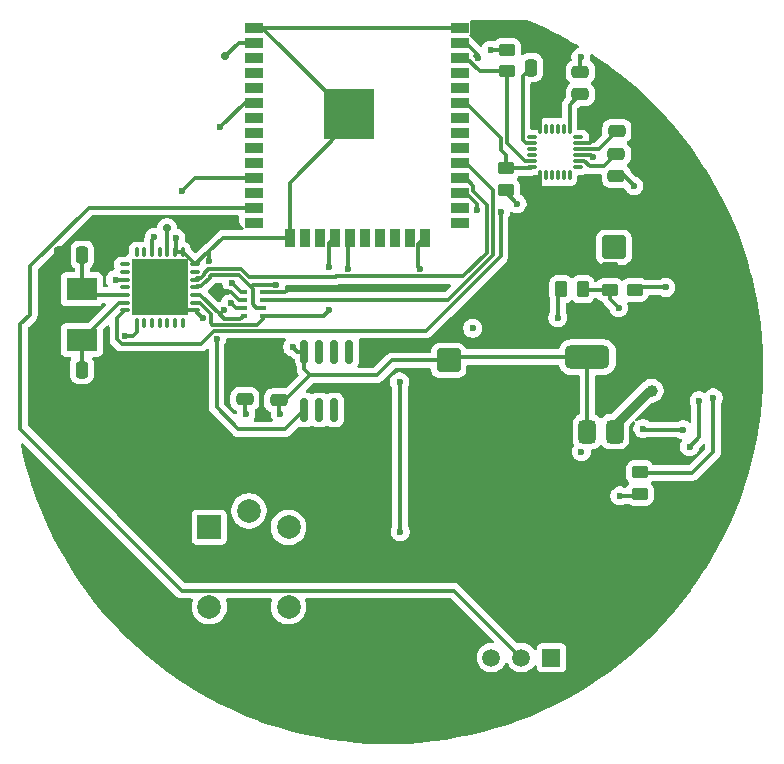
<source format=gbr>
%TF.GenerationSoftware,KiCad,Pcbnew,9.0.2*%
%TF.CreationDate,2025-07-16T17:06:44+05:30*%
%TF.ProjectId,CanSat,43616e53-6174-42e6-9b69-6361645f7063,rev?*%
%TF.SameCoordinates,Original*%
%TF.FileFunction,Copper,L1,Top*%
%TF.FilePolarity,Positive*%
%FSLAX46Y46*%
G04 Gerber Fmt 4.6, Leading zero omitted, Abs format (unit mm)*
G04 Created by KiCad (PCBNEW 9.0.2) date 2025-07-16 17:06:44*
%MOMM*%
%LPD*%
G01*
G04 APERTURE LIST*
G04 Aperture macros list*
%AMRoundRect*
0 Rectangle with rounded corners*
0 $1 Rounding radius*
0 $2 $3 $4 $5 $6 $7 $8 $9 X,Y pos of 4 corners*
0 Add a 4 corners polygon primitive as box body*
4,1,4,$2,$3,$4,$5,$6,$7,$8,$9,$2,$3,0*
0 Add four circle primitives for the rounded corners*
1,1,$1+$1,$2,$3*
1,1,$1+$1,$4,$5*
1,1,$1+$1,$6,$7*
1,1,$1+$1,$8,$9*
0 Add four rect primitives between the rounded corners*
20,1,$1+$1,$2,$3,$4,$5,0*
20,1,$1+$1,$4,$5,$6,$7,0*
20,1,$1+$1,$6,$7,$8,$9,0*
20,1,$1+$1,$8,$9,$2,$3,0*%
G04 Aperture macros list end*
%TA.AperFunction,SMDPad,CuDef*%
%ADD10R,1.500000X0.900000*%
%TD*%
%TA.AperFunction,SMDPad,CuDef*%
%ADD11R,0.900000X1.500000*%
%TD*%
%TA.AperFunction,SMDPad,CuDef*%
%ADD12R,1.050000X1.050000*%
%TD*%
%TA.AperFunction,HeatsinkPad*%
%ADD13C,0.600000*%
%TD*%
%TA.AperFunction,SMDPad,CuDef*%
%ADD14R,0.500000X0.500000*%
%TD*%
%TA.AperFunction,HeatsinkPad*%
%ADD15R,4.200000X4.200000*%
%TD*%
%TA.AperFunction,SMDPad,CuDef*%
%ADD16RoundRect,0.250000X0.250000X0.475000X-0.250000X0.475000X-0.250000X-0.475000X0.250000X-0.475000X0*%
%TD*%
%TA.AperFunction,SMDPad,CuDef*%
%ADD17RoundRect,0.250000X0.475000X-0.250000X0.475000X0.250000X-0.475000X0.250000X-0.475000X-0.250000X0*%
%TD*%
%TA.AperFunction,SMDPad,CuDef*%
%ADD18RoundRect,0.075000X0.075000X-0.350000X0.075000X0.350000X-0.075000X0.350000X-0.075000X-0.350000X0*%
%TD*%
%TA.AperFunction,SMDPad,CuDef*%
%ADD19RoundRect,0.075000X0.350000X0.075000X-0.350000X0.075000X-0.350000X-0.075000X0.350000X-0.075000X0*%
%TD*%
%TA.AperFunction,SMDPad,CuDef*%
%ADD20RoundRect,0.250000X-0.475000X0.250000X-0.475000X-0.250000X0.475000X-0.250000X0.475000X0.250000X0*%
%TD*%
%TA.AperFunction,SMDPad,CuDef*%
%ADD21RoundRect,0.250000X0.450000X-0.262500X0.450000X0.262500X-0.450000X0.262500X-0.450000X-0.262500X0*%
%TD*%
%TA.AperFunction,ComponentPad*%
%ADD22RoundRect,0.250000X-0.750000X0.750000X-0.750000X-0.750000X0.750000X-0.750000X0.750000X0.750000X0*%
%TD*%
%TA.AperFunction,ComponentPad*%
%ADD23C,2.000000*%
%TD*%
%TA.AperFunction,SMDPad,CuDef*%
%ADD24RoundRect,0.075000X-0.312500X-0.075000X0.312500X-0.075000X0.312500X0.075000X-0.312500X0.075000X0*%
%TD*%
%TA.AperFunction,SMDPad,CuDef*%
%ADD25RoundRect,0.075000X-0.075000X-0.312500X0.075000X-0.312500X0.075000X0.312500X-0.075000X0.312500X0*%
%TD*%
%TA.AperFunction,HeatsinkPad*%
%ADD26R,4.800000X4.800000*%
%TD*%
%TA.AperFunction,SMDPad,CuDef*%
%ADD27RoundRect,0.250000X-0.262500X-0.450000X0.262500X-0.450000X0.262500X0.450000X-0.262500X0.450000X0*%
%TD*%
%TA.AperFunction,SMDPad,CuDef*%
%ADD28RoundRect,0.250000X-0.250000X-0.475000X0.250000X-0.475000X0.250000X0.475000X-0.250000X0.475000X0*%
%TD*%
%TA.AperFunction,SMDPad,CuDef*%
%ADD29RoundRect,0.250000X-0.450000X0.262500X-0.450000X-0.262500X0.450000X-0.262500X0.450000X0.262500X0*%
%TD*%
%TA.AperFunction,SMDPad,CuDef*%
%ADD30R,0.500000X0.350000*%
%TD*%
%TA.AperFunction,SMDPad,CuDef*%
%ADD31R,2.600000X1.900000*%
%TD*%
%TA.AperFunction,SMDPad,CuDef*%
%ADD32RoundRect,0.375000X0.375000X-0.625000X0.375000X0.625000X-0.375000X0.625000X-0.375000X-0.625000X0*%
%TD*%
%TA.AperFunction,SMDPad,CuDef*%
%ADD33RoundRect,0.500000X1.400000X-0.500000X1.400000X0.500000X-1.400000X0.500000X-1.400000X-0.500000X0*%
%TD*%
%TA.AperFunction,SMDPad,CuDef*%
%ADD34RoundRect,0.150000X0.150000X-0.825000X0.150000X0.825000X-0.150000X0.825000X-0.150000X-0.825000X0*%
%TD*%
%TA.AperFunction,ComponentPad*%
%ADD35R,2.000000X2.000000*%
%TD*%
%TA.AperFunction,ComponentPad*%
%ADD36R,1.500000X1.500000*%
%TD*%
%TA.AperFunction,ComponentPad*%
%ADD37C,1.500000*%
%TD*%
%TA.AperFunction,ComponentPad*%
%ADD38RoundRect,0.250000X0.750000X0.750000X-0.750000X0.750000X-0.750000X-0.750000X0.750000X-0.750000X0*%
%TD*%
%TA.AperFunction,HeatsinkPad*%
%ADD39C,0.500000*%
%TD*%
%TA.AperFunction,HeatsinkPad*%
%ADD40R,2.900000X1.900000*%
%TD*%
%TA.AperFunction,ViaPad*%
%ADD41C,0.600000*%
%TD*%
%TA.AperFunction,ViaPad*%
%ADD42C,1.000000*%
%TD*%
%TA.AperFunction,ViaPad*%
%ADD43C,0.700000*%
%TD*%
%TA.AperFunction,Conductor*%
%ADD44C,0.300000*%
%TD*%
%TA.AperFunction,Conductor*%
%ADD45C,0.750000*%
%TD*%
G04 APERTURE END LIST*
D10*
%TO.P,U9,1,GND*%
%TO.N,Net-(U8-GND-Pad15)*%
X137400000Y-52965000D03*
%TO.P,U9,2,VDD*%
%TO.N,+3.3V*%
X137400000Y-54235000D03*
%TO.P,U9,3,EN*%
%TO.N,unconnected-(U9-EN-Pad3)*%
X137400000Y-55505000D03*
%TO.P,U9,4,SENSOR_VP*%
%TO.N,unconnected-(U9-SENSOR_VP-Pad4)*%
X137400000Y-56775000D03*
%TO.P,U9,5,SENSOR_VN*%
%TO.N,unconnected-(U9-SENSOR_VN-Pad5)*%
X137400000Y-58045000D03*
%TO.P,U9,6,IO34*%
%TO.N,LM35*%
X137400000Y-59315000D03*
%TO.P,U9,7,IO35*%
%TO.N,unconnected-(U9-IO35-Pad7)*%
X137400000Y-60585000D03*
%TO.P,U9,8,IO32*%
%TO.N,unconnected-(U9-IO32-Pad8)*%
X137400000Y-61855000D03*
%TO.P,U9,9,IO33*%
%TO.N,unconnected-(U9-IO33-Pad9)*%
X137400000Y-63125000D03*
%TO.P,U9,10,IO25*%
%TO.N,unconnected-(U9-IO25-Pad10)*%
X137400000Y-64395000D03*
%TO.P,U9,11,IO26*%
%TO.N,Net-(U8-DIO0)*%
X137400000Y-65665000D03*
%TO.P,U9,12,IO27*%
%TO.N,unconnected-(U9-IO27-Pad12)*%
X137400000Y-66935000D03*
%TO.P,U9,13,IO14*%
%TO.N,DHT_OUT*%
X137400000Y-68205000D03*
%TO.P,U9,14,IO12*%
%TO.N,unconnected-(U9-IO12-Pad14)*%
X137400000Y-69475000D03*
D11*
%TO.P,U9,15,GND*%
%TO.N,Net-(U8-GND-Pad15)*%
X140440000Y-70725000D03*
%TO.P,U9,16,IO13*%
%TO.N,unconnected-(U9-IO13-Pad16)*%
X141710000Y-70725000D03*
%TO.P,U9,17,SHD/SD2*%
%TO.N,unconnected-(U9-SHD{slash}SD2-Pad17)*%
X142980000Y-70725000D03*
%TO.P,U9,18,SWP/SD3*%
%TO.N,SCK*%
X144250000Y-70725000D03*
%TO.P,U9,19,SCS/CMD*%
%TO.N,SDO*%
X145520000Y-70725000D03*
%TO.P,U9,20,SCK/CLK*%
%TO.N,unconnected-(U9-SCK{slash}CLK-Pad20)*%
X146790000Y-70725000D03*
%TO.P,U9,21,SDO/SD0*%
%TO.N,unconnected-(U9-SDO{slash}SD0-Pad21)*%
X148060000Y-70725000D03*
%TO.P,U9,22,SDI/SD1*%
%TO.N,unconnected-(U9-SDI{slash}SD1-Pad22)*%
X149330000Y-70725000D03*
%TO.P,U9,23,IO15*%
%TO.N,unconnected-(U9-IO15-Pad23)*%
X150600000Y-70725000D03*
%TO.P,U9,24,IO2*%
%TO.N,MQ6_OUT*%
X151870000Y-70725000D03*
D10*
%TO.P,U9,25,IO0*%
%TO.N,unconnected-(U9-IO0-Pad25)*%
X154900000Y-69475000D03*
%TO.P,U9,26,IO4*%
%TO.N,unconnected-(U9-IO4-Pad26)*%
X154900000Y-68205000D03*
%TO.P,U9,27,IO16*%
%TO.N,Net-(U8-~{RESET})*%
X154900000Y-66935000D03*
%TO.P,U9,28,IO17*%
%TO.N,Net-(U8-NSS)*%
X154900000Y-65665000D03*
%TO.P,U9,29,IO5*%
%TO.N,CSB*%
X154900000Y-64395000D03*
%TO.P,U9,30,IO18*%
%TO.N,unconnected-(U9-IO18-Pad30)*%
X154900000Y-63125000D03*
%TO.P,U9,31,IO19*%
%TO.N,unconnected-(U9-IO19-Pad31)*%
X154900000Y-61855000D03*
%TO.P,U9,32,NC*%
%TO.N,unconnected-(U9-NC-Pad32)*%
X154900000Y-60585000D03*
%TO.P,U9,33,IO21*%
%TO.N,SDA*%
X154900000Y-59315000D03*
%TO.P,U9,34,RXD0/IO3*%
%TO.N,unconnected-(U9-RXD0{slash}IO3-Pad34)*%
X154900000Y-58045000D03*
%TO.P,U9,35,TXD0/IO1*%
%TO.N,unconnected-(U9-TXD0{slash}IO1-Pad35)*%
X154900000Y-56775000D03*
%TO.P,U9,36,IO22*%
%TO.N,SCL*%
X154900000Y-55505000D03*
%TO.P,U9,37,IO23*%
%TO.N,SDI*%
X154900000Y-54235000D03*
%TO.P,U9,38,GND*%
%TO.N,Net-(U8-GND-Pad15)*%
X154900000Y-52965000D03*
D12*
%TO.P,U9,39,GND*%
X143945000Y-58780000D03*
D13*
X143945000Y-59542500D03*
D12*
X143945000Y-60305000D03*
D13*
X143945000Y-61067500D03*
D14*
X143945000Y-61830000D03*
D13*
X144707500Y-58780000D03*
X144707500Y-60305000D03*
X144707500Y-61830000D03*
D12*
X145470000Y-58780000D03*
D13*
X145470000Y-59542500D03*
D12*
X145470000Y-60305000D03*
D15*
X145470000Y-60305000D03*
D13*
X145470000Y-61067500D03*
D14*
X145470000Y-61830000D03*
D13*
X146232500Y-58780000D03*
X146232500Y-60305000D03*
X146232500Y-61830000D03*
D12*
X146995000Y-58780000D03*
D13*
X146995000Y-59542500D03*
D12*
X146995000Y-60305000D03*
D13*
X146995000Y-61067500D03*
D12*
X146995000Y-61830000D03*
%TD*%
D16*
%TO.P,C9,1*%
%TO.N,Net-(U8-XTB)*%
X122850000Y-81900000D03*
%TO.P,C9,2*%
%TO.N,GND*%
X120950000Y-81900000D03*
%TD*%
D17*
%TO.P,C10,1*%
%TO.N,+3.3V*%
X136650000Y-84400000D03*
%TO.P,C10,2*%
%TO.N,GND*%
X136650000Y-82500000D03*
%TD*%
D18*
%TO.P,U7,1,CLKIN*%
%TO.N,GND*%
X161650000Y-65450000D03*
%TO.P,U7,2,NC*%
%TO.N,unconnected-(U7-NC-Pad2)*%
X162150000Y-65450000D03*
%TO.P,U7,3,NC*%
%TO.N,unconnected-(U7-NC-Pad3)*%
X162650000Y-65450000D03*
%TO.P,U7,4,NC*%
%TO.N,unconnected-(U7-NC-Pad4)*%
X163150000Y-65450000D03*
%TO.P,U7,5,NC*%
%TO.N,unconnected-(U7-NC-Pad5)*%
X163650000Y-65450000D03*
%TO.P,U7,6,AUX_DA*%
%TO.N,unconnected-(U7-AUX_DA-Pad6)*%
X164150000Y-65450000D03*
D19*
%TO.P,U7,7,AUX_CL*%
%TO.N,unconnected-(U7-AUX_CL-Pad7)*%
X164850000Y-64750000D03*
%TO.P,U7,8,VLOGIC*%
%TO.N,Net-(U7-VLOGIC)*%
X164850000Y-64250000D03*
%TO.P,U7,9,AD0*%
%TO.N,GND*%
X164850000Y-63750000D03*
%TO.P,U7,10,REGOUT*%
%TO.N,Net-(U7-REGOUT)*%
X164850000Y-63250000D03*
%TO.P,U7,11,FSYNC*%
%TO.N,GND*%
X164850000Y-62750000D03*
%TO.P,U7,12,INT*%
%TO.N,unconnected-(U7-INT-Pad12)*%
X164850000Y-62250000D03*
D18*
%TO.P,U7,13,VDD*%
%TO.N,Net-(U7-VDD)*%
X164150000Y-61550000D03*
%TO.P,U7,14,NC*%
%TO.N,unconnected-(U7-NC-Pad14)*%
X163650000Y-61550000D03*
%TO.P,U7,15,NC*%
%TO.N,unconnected-(U7-NC-Pad15)*%
X163150000Y-61550000D03*
%TO.P,U7,16,NC*%
%TO.N,unconnected-(U7-NC-Pad16)*%
X162650000Y-61550000D03*
%TO.P,U7,17,NC*%
%TO.N,unconnected-(U7-NC-Pad17)*%
X162150000Y-61550000D03*
%TO.P,U7,18,GND*%
%TO.N,GND*%
X161650000Y-61550000D03*
D19*
%TO.P,U7,19,RESV*%
%TO.N,unconnected-(U7-RESV-Pad19)*%
X160950000Y-62250000D03*
%TO.P,U7,20,CPOUT*%
%TO.N,Net-(U7-CPOUT)*%
X160950000Y-62750000D03*
%TO.P,U7,21,RESV*%
%TO.N,unconnected-(U7-RESV-Pad21)*%
X160950000Y-63250000D03*
%TO.P,U7,22,RESV*%
%TO.N,unconnected-(U7-RESV-Pad22)*%
X160950000Y-63750000D03*
%TO.P,U7,23,SCL*%
%TO.N,SCL*%
X160950000Y-64250000D03*
%TO.P,U7,24,SDA*%
%TO.N,SDA*%
X160950000Y-64750000D03*
%TD*%
D17*
%TO.P,C12,1*%
%TO.N,Net-(U7-REGOUT)*%
X168150000Y-61700000D03*
%TO.P,C12,2*%
%TO.N,GND*%
X168150000Y-59800000D03*
%TD*%
D20*
%TO.P,C8,1*%
%TO.N,+3.3V*%
X165050000Y-56700000D03*
%TO.P,C8,2*%
%TO.N,Net-(U7-VDD)*%
X165050000Y-58600000D03*
%TD*%
D21*
%TO.P,R3,1*%
%TO.N,Net-(D2-K)*%
X170100000Y-92412500D03*
%TO.P,R3,2*%
%TO.N,Net-(U4-~{STDBY})*%
X170100000Y-90587500D03*
%TD*%
D22*
%TO.P,C3,1*%
%TO.N,+3.3V*%
X153900000Y-81132323D03*
D23*
%TO.P,C3,2*%
%TO.N,GND*%
X153900000Y-86132323D03*
%TD*%
D21*
%TO.P,R5,1*%
%TO.N,Net-(U4-PROG)*%
X169650000Y-75162500D03*
%TO.P,R5,2*%
%TO.N,GND*%
X169650000Y-73337500D03*
%TD*%
%TO.P,R7,1*%
%TO.N,Net-(U4-TEMP)*%
X167550000Y-75162500D03*
%TO.P,R7,2*%
%TO.N,GND*%
X167550000Y-73337500D03*
%TD*%
D24*
%TO.P,U8,1,RFI_LF*%
%TO.N,unconnected-(U8-RFI_LF-Pad1)*%
X126462500Y-73000000D03*
%TO.P,U8,2,VR_ANA*%
%TO.N,unconnected-(U8-VR_ANA-Pad2)*%
X126462500Y-73650000D03*
%TO.P,U8,3,VBAT_ANA*%
%TO.N,+3.3V*%
X126462500Y-74300000D03*
%TO.P,U8,4,VR_DIG*%
%TO.N,unconnected-(U8-VR_DIG-Pad4)*%
X126462500Y-74950000D03*
%TO.P,U8,5,XTA*%
%TO.N,Net-(U8-XTA)*%
X126462500Y-75600000D03*
%TO.P,U8,6,XTB*%
%TO.N,Net-(U8-XTB)*%
X126462500Y-76250000D03*
%TO.P,U8,7,~{RESET}*%
%TO.N,Net-(U8-~{RESET})*%
X126462500Y-76900000D03*
D25*
%TO.P,U8,8,DIO0*%
%TO.N,Net-(U8-DIO0)*%
X127500000Y-77937500D03*
%TO.P,U8,9,DIO1*%
%TO.N,unconnected-(U8-DIO1-Pad9)*%
X128150000Y-77937500D03*
%TO.P,U8,10,DIO2*%
%TO.N,unconnected-(U8-DIO2-Pad10)*%
X128800000Y-77937500D03*
%TO.P,U8,11,DIO3*%
%TO.N,unconnected-(U8-DIO3-Pad11)*%
X129450000Y-77937500D03*
%TO.P,U8,12,DIO4*%
%TO.N,unconnected-(U8-DIO4-Pad12)*%
X130100000Y-77937500D03*
%TO.P,U8,13,DIO5*%
%TO.N,unconnected-(U8-DIO5-Pad13)*%
X130750000Y-77937500D03*
%TO.P,U8,14,VBAT_DIG*%
%TO.N,unconnected-(U8-VBAT_DIG-Pad14)*%
X131400000Y-77937500D03*
D24*
%TO.P,U8,15,GND*%
%TO.N,Net-(U8-GND-Pad15)*%
X132437500Y-76900000D03*
%TO.P,U8,16,SCK*%
%TO.N,SCK*%
X132437500Y-76250000D03*
%TO.P,U8,17,MISO*%
%TO.N,SDO*%
X132437500Y-75600000D03*
%TO.P,U8,18,MOSI*%
%TO.N,SDI*%
X132437500Y-74950000D03*
%TO.P,U8,19,NSS*%
%TO.N,Net-(U8-NSS)*%
X132437500Y-74300000D03*
%TO.P,U8,20,RXTX/RF_MOD*%
%TO.N,unconnected-(U8-RXTX{slash}RF_MOD-Pad20)*%
X132437500Y-73650000D03*
%TO.P,U8,21,GND*%
%TO.N,Net-(U8-GND-Pad15)*%
X132437500Y-73000000D03*
D25*
%TO.P,U8,22,GND*%
X131400000Y-71962500D03*
%TO.P,U8,23,GND*%
X130750000Y-71962500D03*
%TO.P,U8,24,VBAT_RF*%
%TO.N,+3.3V*%
X130100000Y-71962500D03*
%TO.P,U8,25,VR_PA*%
%TO.N,unconnected-(U8-VR_PA-Pad25)*%
X129450000Y-71962500D03*
%TO.P,U8,26,GND*%
%TO.N,Net-(U8-GND-Pad15)*%
X128800000Y-71962500D03*
%TO.P,U8,27,PA_BOOST*%
%TO.N,unconnected-(U8-PA_BOOST-Pad27)*%
X128150000Y-71962500D03*
%TO.P,U8,28,RFO_LF*%
%TO.N,unconnected-(U8-RFO_LF-Pad28)*%
X127500000Y-71962500D03*
D26*
%TO.P,U8,29,GND*%
%TO.N,Net-(U8-GND-Pad15)*%
X129450000Y-74950000D03*
%TD*%
D16*
%TO.P,C6,1*%
%TO.N,Net-(U8-XTA)*%
X122900000Y-72200000D03*
%TO.P,C6,2*%
%TO.N,GND*%
X121000000Y-72200000D03*
%TD*%
D20*
%TO.P,C7,1*%
%TO.N,Net-(U7-VLOGIC)*%
X168100000Y-63650000D03*
%TO.P,C7,2*%
%TO.N,+3.3V*%
X168100000Y-65550000D03*
%TD*%
D27*
%TO.P,TH1,1*%
%TO.N,Net-(BT1--)*%
X163437500Y-75100000D03*
%TO.P,TH1,2*%
%TO.N,Net-(U4-TEMP)*%
X165262500Y-75100000D03*
%TD*%
D28*
%TO.P,C11,1*%
%TO.N,Net-(U7-CPOUT)*%
X160900000Y-56350000D03*
%TO.P,C11,2*%
%TO.N,GND*%
X162800000Y-56350000D03*
%TD*%
D29*
%TO.P,R10,1*%
%TO.N,+3.3V*%
X158850000Y-54837500D03*
%TO.P,R10,2*%
%TO.N,SCL*%
X158850000Y-56662500D03*
%TD*%
D30*
%TO.P,U6,1,GND*%
%TO.N,GND*%
X138150000Y-75375000D03*
%TO.P,U6,2,CSB*%
%TO.N,CSB*%
X138150000Y-76025000D03*
%TO.P,U6,3,SDI*%
%TO.N,SDI*%
X138150000Y-76675000D03*
%TO.P,U6,4,SCK*%
%TO.N,SCK*%
X138150000Y-77325000D03*
%TO.P,U6,5,SDO*%
%TO.N,SDO*%
X136550000Y-77325000D03*
%TO.P,U6,6,VDDIO*%
%TO.N,+3.3V*%
X136550000Y-76675000D03*
%TO.P,U6,7,GND*%
%TO.N,GND*%
X136550000Y-76025000D03*
%TO.P,U6,8,VDD*%
%TO.N,+3.3V*%
X136550000Y-75375000D03*
%TD*%
D31*
%TO.P,Y1,1,1*%
%TO.N,Net-(U8-XTA)*%
X122850000Y-75100000D03*
%TO.P,Y1,2,2*%
%TO.N,Net-(U8-XTB)*%
X122850000Y-79400000D03*
%TD*%
D21*
%TO.P,R9,1*%
%TO.N,+3.3V*%
X158750000Y-66662500D03*
%TO.P,R9,2*%
%TO.N,SDA*%
X158750000Y-64837500D03*
%TD*%
D20*
%TO.P,C5,1*%
%TO.N,GND*%
X139500000Y-82600000D03*
%TO.P,C5,2*%
%TO.N,+3.3V*%
X139500000Y-84500000D03*
%TD*%
D32*
%TO.P,U3,1,ADJ*%
%TO.N,GND*%
X163350000Y-87150000D03*
%TO.P,U3,2,VO*%
%TO.N,+3.3V*%
X165650000Y-87150000D03*
D33*
X165650000Y-80850000D03*
D32*
%TO.P,U3,3,VI*%
%TO.N,BAT+*%
X167950000Y-87150000D03*
%TD*%
D34*
%TO.P,U1,1,V_{OUT}*%
%TO.N,LM35*%
X141695000Y-85325000D03*
%TO.P,U1,2,NC*%
%TO.N,unconnected-(U1-NC-Pad2)*%
X142965000Y-85325000D03*
%TO.P,U1,3,NC*%
%TO.N,unconnected-(U1-NC-Pad3)*%
X144235000Y-85325000D03*
%TO.P,U1,4,GND*%
%TO.N,GND*%
X145505000Y-85325000D03*
%TO.P,U1,5,NC*%
%TO.N,unconnected-(U1-NC-Pad5)*%
X145505000Y-80375000D03*
%TO.P,U1,6,NC*%
%TO.N,unconnected-(U1-NC-Pad6)*%
X144235000Y-80375000D03*
%TO.P,U1,7,NC*%
%TO.N,unconnected-(U1-NC-Pad7)*%
X142965000Y-80375000D03*
%TO.P,U1,8,+V_{S}*%
%TO.N,+3.3V*%
X141695000Y-80375000D03*
%TD*%
D35*
%TO.P,U2,1,B1*%
%TO.N,MQ6_OUT*%
X133635000Y-95255000D03*
D23*
%TO.P,U2,2,VH+*%
%TO.N,+5V*%
X136995000Y-93865000D03*
%TO.P,U2,3,B2*%
%TO.N,MQ6_OUT*%
X140355000Y-95255000D03*
%TO.P,U2,4,A2*%
%TO.N,Net-(U2-A1)*%
X140355000Y-101975000D03*
%TO.P,U2,5,VH-*%
%TO.N,GND*%
X136995000Y-103365000D03*
%TO.P,U2,6,A1*%
%TO.N,Net-(U2-A1)*%
X133635000Y-101975000D03*
%TD*%
D36*
%TO.P,U5,1,VDD*%
%TO.N,+5V*%
X162612500Y-106297500D03*
D37*
%TO.P,U5,2,DATA*%
%TO.N,DHT_OUT*%
X160072500Y-106297500D03*
%TO.P,U5,3,NC*%
%TO.N,unconnected-(U5-NC-Pad3)*%
X157532500Y-106297500D03*
%TO.P,U5,4,GND*%
%TO.N,GND*%
X154992500Y-106297500D03*
%TD*%
D38*
%TO.P,C2,1*%
%TO.N,BAT+*%
X167900000Y-71550000D03*
D23*
%TO.P,C2,2*%
%TO.N,GND*%
X162900000Y-71550000D03*
%TD*%
D39*
%TO.P,U4,9,EPAD*%
%TO.N,GND*%
X176850000Y-78350000D03*
X175650000Y-78350000D03*
X174450000Y-78350000D03*
D40*
X175650000Y-79050000D03*
D39*
X176850000Y-79750000D03*
X175650000Y-79750000D03*
X174450000Y-79750000D03*
%TD*%
D41*
%TO.N,*%
X165150000Y-88850000D03*
X155950000Y-78400000D03*
%TO.N,GND*%
X153050000Y-89450000D03*
X137100000Y-109200000D03*
X161700000Y-60300000D03*
X139500000Y-81450000D03*
X161500000Y-87400000D03*
X135100000Y-75350000D03*
X166750000Y-60100000D03*
X119550000Y-82000000D03*
X171550000Y-89550000D03*
X152050000Y-106400000D03*
X166100000Y-62500000D03*
X145500000Y-86800000D03*
X166100000Y-63900000D03*
X171050000Y-73450000D03*
X136650000Y-81150000D03*
X162750000Y-57950000D03*
X176250000Y-74900000D03*
X119900000Y-73500000D03*
X159600000Y-71850000D03*
X161000000Y-67000000D03*
X140400000Y-75050000D03*
D42*
%TO.N,BAT+*%
X171100000Y-83700000D03*
D41*
%TO.N,+3.3V*%
X139650000Y-85650000D03*
X169600000Y-66350000D03*
X159700000Y-67850000D03*
X140700000Y-80000000D03*
X135550000Y-74600000D03*
D43*
X130048576Y-69950000D03*
D41*
X125700000Y-74300000D03*
X157450000Y-54850000D03*
X165100000Y-55450000D03*
X136750000Y-85650000D03*
D43*
X135000000Y-55355000D03*
D41*
X135450000Y-76250000D03*
%TO.N,Net-(BT1--)*%
X163150000Y-77500000D03*
%TO.N,Net-(D1-K)*%
X173750000Y-87000000D03*
X170350000Y-86900000D03*
%TO.N,Net-(D2-K)*%
X168400000Y-92600000D03*
%TO.N,Net-(U4-~{CHRG})*%
X174300000Y-88450000D03*
X175100000Y-84550000D03*
%TO.N,Net-(U4-~{STDBY})*%
X176300000Y-84300000D03*
%TO.N,MQ6_OUT*%
X149750000Y-82950000D03*
X151450000Y-73350000D03*
X149800000Y-95650000D03*
%TO.N,Net-(U4-PROG)*%
X172300000Y-74950000D03*
%TO.N,Net-(U4-TEMP)*%
X168300000Y-76650000D03*
%TO.N,LM35*%
X134250000Y-79300000D03*
X134550000Y-61400000D03*
%TO.N,SDI*%
X156350000Y-55550000D03*
X139300000Y-74700000D03*
%TO.N,SCK*%
X143750000Y-73200000D03*
X143750000Y-76900000D03*
%TO.N,SDO*%
X134900000Y-76850000D03*
X145350000Y-73350000D03*
%TO.N,Net-(U8-GND-Pad15)*%
X130800000Y-70750000D03*
X129000000Y-70700000D03*
X133600000Y-72700000D03*
X133100000Y-77522120D03*
%TO.N,Net-(U8-~{RESET})*%
X156300000Y-68400000D03*
X158300000Y-68550000D03*
%TO.N,Net-(U8-DIO0)*%
X131350000Y-66750000D03*
X126500000Y-79050000D03*
%TD*%
D44*
%TO.N,GND*%
X161650000Y-61550000D02*
X161650000Y-60350000D01*
X139500000Y-82600000D02*
X139500000Y-81450000D01*
X162800000Y-56350000D02*
X162800000Y-57900000D01*
X161650000Y-60350000D02*
X161700000Y-60300000D01*
X120950000Y-81900000D02*
X119650000Y-81900000D01*
X163350000Y-87150000D02*
X161750000Y-87150000D01*
X165950000Y-63750000D02*
X166100000Y-63900000D01*
X162800000Y-57900000D02*
X162750000Y-57950000D01*
X165850000Y-62750000D02*
X166100000Y-62500000D01*
X162900000Y-71550000D02*
X159900000Y-71550000D01*
X119650000Y-81900000D02*
X119550000Y-82000000D01*
X161650000Y-66350000D02*
X161000000Y-67000000D01*
X168150000Y-59800000D02*
X167050000Y-59800000D01*
X152152500Y-106297500D02*
X152050000Y-106400000D01*
X154992500Y-106297500D02*
X152152500Y-106297500D01*
X121000000Y-72400000D02*
X119900000Y-73500000D01*
X169762500Y-73450000D02*
X169650000Y-73337500D01*
X164850000Y-62750000D02*
X165850000Y-62750000D01*
X145505000Y-85325000D02*
X145505000Y-86795000D01*
X161750000Y-87150000D02*
X161500000Y-87400000D01*
X121000000Y-72200000D02*
X121000000Y-72400000D01*
X159900000Y-71550000D02*
X159600000Y-71850000D01*
X161650000Y-65450000D02*
X161650000Y-66350000D01*
X140075000Y-75375000D02*
X140400000Y-75050000D01*
X172450000Y-79200000D02*
X173900000Y-79200000D01*
X136650000Y-82500000D02*
X136650000Y-81150000D01*
X135470654Y-75350000D02*
X135100000Y-75350000D01*
X171050000Y-73450000D02*
X169762500Y-73450000D01*
X167550000Y-73337500D02*
X169650000Y-73337500D01*
X167050000Y-59800000D02*
X166750000Y-60100000D01*
X136995000Y-109095000D02*
X136995000Y-103365000D01*
X164850000Y-63750000D02*
X165950000Y-63750000D01*
X136550000Y-76025000D02*
X136145654Y-76025000D01*
X145505000Y-86795000D02*
X145500000Y-86800000D01*
X173900000Y-79200000D02*
X174450000Y-79750000D01*
X138150000Y-75375000D02*
X140075000Y-75375000D01*
X137100000Y-109200000D02*
X136995000Y-109095000D01*
X136145654Y-76025000D02*
X135470654Y-75350000D01*
D45*
%TO.N,BAT+*%
X167950000Y-86599932D02*
X167950000Y-87150000D01*
X170849932Y-83700000D02*
X167950000Y-86599932D01*
X171100000Y-83700000D02*
X170849932Y-83700000D01*
D44*
%TO.N,+3.3V*%
X154182323Y-80850000D02*
X153900000Y-81132323D01*
X157462500Y-54837500D02*
X157450000Y-54850000D01*
X136550000Y-76675000D02*
X135875000Y-76675000D01*
X136120000Y-54235000D02*
X137400000Y-54235000D01*
X136650000Y-85550000D02*
X136750000Y-85650000D01*
X142150000Y-82400000D02*
X142150000Y-82350000D01*
X153900000Y-81132323D02*
X149067677Y-81132323D01*
X165050000Y-56700000D02*
X165050000Y-55500000D01*
X135875000Y-76675000D02*
X135450000Y-76250000D01*
X130100000Y-71962500D02*
X130100000Y-70001424D01*
X168800000Y-65550000D02*
X169600000Y-66350000D01*
X165650000Y-80850000D02*
X165650000Y-87150000D01*
X165050000Y-55500000D02*
X165100000Y-55450000D01*
X149067677Y-81132323D02*
X147800000Y-82400000D01*
X147800000Y-82400000D02*
X142150000Y-82400000D01*
X142150000Y-82350000D02*
X141695000Y-81895000D01*
X136650000Y-84400000D02*
X136650000Y-85550000D01*
X158750000Y-66900000D02*
X159700000Y-67850000D01*
X141695000Y-80375000D02*
X141075000Y-80375000D01*
X158850000Y-54837500D02*
X157462500Y-54837500D01*
X158750000Y-66662500D02*
X158750000Y-66900000D01*
X168100000Y-65550000D02*
X168800000Y-65550000D01*
X135000000Y-55355000D02*
X136120000Y-54235000D01*
X139500000Y-84500000D02*
X140050000Y-84500000D01*
X126462500Y-74300000D02*
X125700000Y-74300000D01*
X136325000Y-75375000D02*
X135550000Y-74600000D01*
X136550000Y-75375000D02*
X136325000Y-75375000D01*
X136880000Y-54085000D02*
X137610000Y-54085000D01*
X139500000Y-85500000D02*
X139650000Y-85650000D01*
X130100000Y-70001424D02*
X130048576Y-69950000D01*
X165650000Y-80850000D02*
X154182323Y-80850000D01*
X139400000Y-84400000D02*
X139500000Y-84500000D01*
X141075000Y-80375000D02*
X140700000Y-80000000D01*
X139500000Y-84500000D02*
X139500000Y-85500000D01*
X140050000Y-84500000D02*
X142150000Y-82400000D01*
X141695000Y-81895000D02*
X141695000Y-80375000D01*
%TO.N,Net-(BT1--)*%
X163150000Y-77500000D02*
X163150000Y-75387500D01*
X163150000Y-75387500D02*
X163437500Y-75100000D01*
%TO.N,Net-(U8-XTA)*%
X123350000Y-75600000D02*
X126462500Y-75600000D01*
X122900000Y-72200000D02*
X122900000Y-75050000D01*
X122850000Y-75100000D02*
X123350000Y-75600000D01*
X122900000Y-75050000D02*
X122850000Y-75100000D01*
%TO.N,Net-(U7-VLOGIC)*%
X164850000Y-64250000D02*
X165400000Y-64250000D01*
X167050000Y-64700000D02*
X168100000Y-63650000D01*
X165850000Y-64700000D02*
X167050000Y-64700000D01*
X165400000Y-64250000D02*
X165850000Y-64700000D01*
%TO.N,Net-(U7-VDD)*%
X165050000Y-58600000D02*
X164150000Y-59500000D01*
X164150000Y-59500000D02*
X164150000Y-61550000D01*
%TO.N,Net-(U8-XTB)*%
X126000000Y-76250000D02*
X126462500Y-76250000D01*
X122850000Y-79400000D02*
X126000000Y-76250000D01*
X122850000Y-81900000D02*
X122850000Y-79400000D01*
%TO.N,Net-(U7-CPOUT)*%
X160174000Y-57076000D02*
X160174000Y-62503534D01*
X160900000Y-56350000D02*
X160174000Y-57076000D01*
X160420466Y-62750000D02*
X160950000Y-62750000D01*
X160174000Y-62503534D02*
X160420466Y-62750000D01*
%TO.N,Net-(U7-REGOUT)*%
X166600000Y-63250000D02*
X168150000Y-61700000D01*
X164850000Y-63250000D02*
X166600000Y-63250000D01*
%TO.N,Net-(D1-K)*%
X170450000Y-87000000D02*
X170350000Y-86900000D01*
X173750000Y-87000000D02*
X170450000Y-87000000D01*
%TO.N,Net-(D2-K)*%
X168400000Y-92600000D02*
X169912500Y-92600000D01*
X169912500Y-92600000D02*
X170100000Y-92412500D01*
%TO.N,Net-(U4-~{CHRG})*%
X174300000Y-88450000D02*
X175100000Y-87650000D01*
X175100000Y-87650000D02*
X175100000Y-84550000D01*
%TO.N,Net-(U4-~{STDBY})*%
X170162500Y-90650000D02*
X174550000Y-90650000D01*
X170100000Y-90587500D02*
X170162500Y-90650000D01*
X174550000Y-90650000D02*
X176300000Y-88900000D01*
X176300000Y-88900000D02*
X176300000Y-84300000D01*
%TO.N,MQ6_OUT*%
X151450000Y-73350000D02*
X151350000Y-73250000D01*
X151350000Y-71245000D02*
X151870000Y-70725000D01*
X149800000Y-95650000D02*
X149800000Y-83000000D01*
X151350000Y-73250000D02*
X151350000Y-71245000D01*
X149800000Y-83000000D02*
X149750000Y-82950000D01*
%TO.N,Net-(U4-PROG)*%
X172300000Y-74950000D02*
X169862500Y-74950000D01*
X169862500Y-74950000D02*
X169650000Y-75162500D01*
%TO.N,DHT_OUT*%
X123413130Y-68205000D02*
X118450000Y-73168130D01*
X131324000Y-100624000D02*
X154399000Y-100624000D01*
X117650000Y-86950000D02*
X131324000Y-100624000D01*
X118450000Y-73168130D02*
X118450000Y-77250000D01*
X154399000Y-100624000D02*
X160072500Y-106297500D01*
X137400000Y-68205000D02*
X123413130Y-68205000D01*
X117650000Y-78050000D02*
X117650000Y-86950000D01*
X118450000Y-77250000D02*
X117650000Y-78050000D01*
%TO.N,Net-(U4-TEMP)*%
X167300000Y-75412500D02*
X167550000Y-75162500D01*
X168300000Y-76650000D02*
X167600000Y-75950000D01*
X167600000Y-75212500D02*
X167550000Y-75162500D01*
X165325000Y-75162500D02*
X165262500Y-75100000D01*
X167600000Y-75950000D02*
X167600000Y-75212500D01*
X167550000Y-75162500D02*
X165325000Y-75162500D01*
%TO.N,SDA*%
X158349000Y-62332000D02*
X158349000Y-63354000D01*
X155332000Y-59315000D02*
X158349000Y-62332000D01*
X154900000Y-59315000D02*
X155332000Y-59315000D01*
X158750000Y-64837500D02*
X160862500Y-64837500D01*
X158349000Y-63354000D02*
X158750000Y-63755000D01*
X158750000Y-63755000D02*
X158750000Y-64837500D01*
X160862500Y-64837500D02*
X160950000Y-64750000D01*
%TO.N,SCL*%
X156541846Y-56662500D02*
X158850000Y-56662500D01*
X158850000Y-62700000D02*
X158850000Y-56662500D01*
X154900000Y-55505000D02*
X155384346Y-55505000D01*
X160950000Y-64250000D02*
X160400000Y-64250000D01*
X160400000Y-64250000D02*
X158850000Y-62700000D01*
X155384346Y-55505000D02*
X156541846Y-56662500D01*
%TO.N,LM35*%
X136100000Y-86950000D02*
X134250000Y-85100000D01*
X134550000Y-61400000D02*
X136635000Y-59315000D01*
X141695000Y-85325000D02*
X140070000Y-86950000D01*
X136635000Y-59315000D02*
X137400000Y-59315000D01*
X140070000Y-86950000D02*
X136100000Y-86950000D01*
X134250000Y-85100000D02*
X134250000Y-79300000D01*
%TO.N,CSB*%
X157650000Y-72208520D02*
X157650000Y-66713000D01*
X157650000Y-66713000D02*
X155332000Y-64395000D01*
X138150000Y-76025000D02*
X153833520Y-76025000D01*
X155332000Y-64395000D02*
X154900000Y-64395000D01*
X153833520Y-76025000D02*
X157650000Y-72208520D01*
%TO.N,SDI*%
X156155000Y-55355000D02*
X156350000Y-55550000D01*
X156350000Y-55550000D02*
X156350000Y-55253000D01*
X156350000Y-55253000D02*
X155332000Y-54235000D01*
X133136054Y-74652000D02*
X133077534Y-74652000D01*
X132928534Y-74801000D02*
X132586500Y-74801000D01*
X132586500Y-74801000D02*
X132437500Y-74950000D01*
X139300000Y-74700000D02*
X137350000Y-74700000D01*
X137300000Y-76375000D02*
X137300000Y-75050000D01*
X137600000Y-76675000D02*
X137300000Y-76375000D01*
X138150000Y-76675000D02*
X137600000Y-76675000D01*
X155332000Y-54235000D02*
X154900000Y-54235000D01*
X133677000Y-74111055D02*
X133136054Y-74652000D01*
X136150000Y-73900000D02*
X133758520Y-73900000D01*
X133758520Y-73900000D02*
X133677000Y-73981520D01*
X133077534Y-74652000D02*
X132928534Y-74801000D01*
X137350000Y-74700000D02*
X137150000Y-74900000D01*
X137150000Y-74900000D02*
X136150000Y-73900000D01*
X133677000Y-73981520D02*
X133677000Y-74111055D01*
X137300000Y-75050000D02*
X137150000Y-74900000D01*
%TO.N,SCK*%
X133850000Y-78100000D02*
X137700000Y-78100000D01*
X133750000Y-77175001D02*
X133750000Y-78000000D01*
X138150000Y-77650000D02*
X138150000Y-77325000D01*
X132437500Y-76250000D02*
X132824999Y-76250000D01*
X132824999Y-76250000D02*
X133750000Y-77175001D01*
X143750000Y-71225000D02*
X144250000Y-70725000D01*
X143325000Y-77325000D02*
X143750000Y-76900000D01*
X138150000Y-77325000D02*
X143325000Y-77325000D01*
X137700000Y-78100000D02*
X138150000Y-77650000D01*
X143750000Y-73200000D02*
X143750000Y-71225000D01*
X133750000Y-78000000D02*
X133850000Y-78100000D01*
%TO.N,SDO*%
X134591759Y-77308241D02*
X134541759Y-77258241D01*
X136550000Y-77325000D02*
X136276000Y-77599000D01*
X134882519Y-77599000D02*
X134591759Y-77308241D01*
X145350000Y-73350000D02*
X145350000Y-70895000D01*
X134591759Y-77308241D02*
X132883519Y-75600000D01*
X134541759Y-77258241D02*
X134541759Y-77208241D01*
X136276000Y-77599000D02*
X134882519Y-77599000D01*
X145350000Y-70895000D02*
X145520000Y-70725000D01*
X134541759Y-77208241D02*
X134900000Y-76850000D01*
X132883519Y-75600000D02*
X132437500Y-75600000D01*
%TO.N,Net-(U8-GND-Pad15)*%
X132437500Y-76900000D02*
X131400000Y-76900000D01*
X133037500Y-77500000D02*
X133200000Y-77500000D01*
X131400000Y-76900000D02*
X129450000Y-74950000D01*
X133592500Y-71845000D02*
X133592500Y-72692500D01*
X130800000Y-70750000D02*
X130800000Y-71912500D01*
X130750000Y-71962500D02*
X131400000Y-71962500D01*
X133592500Y-71845000D02*
X133655000Y-71845000D01*
X133200000Y-77500000D02*
X133177880Y-77522120D01*
X133655000Y-71845000D02*
X134775000Y-70725000D01*
X132437500Y-76900000D02*
X133037500Y-77500000D01*
X128800000Y-71962500D02*
X128800000Y-70900000D01*
X154900000Y-52965000D02*
X137400000Y-52965000D01*
X128800000Y-70900000D02*
X129000000Y-70700000D01*
X133177880Y-77522120D02*
X133100000Y-77522120D01*
X138130000Y-52965000D02*
X145470000Y-60305000D01*
X137400000Y-52965000D02*
X138130000Y-52965000D01*
X133592500Y-72692500D02*
X133600000Y-72700000D01*
X132437500Y-73000000D02*
X133592500Y-71845000D01*
X130800000Y-71912500D02*
X130750000Y-71962500D01*
X140440000Y-70725000D02*
X140440000Y-66097500D01*
X131400000Y-71962500D02*
X132437500Y-73000000D01*
X134775000Y-70725000D02*
X140440000Y-70725000D01*
X140440000Y-66097500D02*
X144707500Y-61830000D01*
%TO.N,Net-(U8-NSS)*%
X155332000Y-65665000D02*
X154900000Y-65665000D01*
X132437500Y-74300000D02*
X132586500Y-74151000D01*
X157149000Y-67942520D02*
X155991480Y-66785000D01*
X132586500Y-74151000D02*
X132928534Y-74151000D01*
X155150000Y-74000000D02*
X157149000Y-72001000D01*
X136357520Y-73399000D02*
X137008520Y-74050000D01*
X155991480Y-66324480D02*
X155332000Y-65665000D01*
X133176000Y-73903534D02*
X133176000Y-73774000D01*
X144400000Y-74000000D02*
X155150000Y-74000000D01*
X133551000Y-73399000D02*
X136357520Y-73399000D01*
X144350000Y-74050000D02*
X144400000Y-74000000D01*
X155991480Y-66785000D02*
X155991480Y-66324480D01*
X137008520Y-74050000D02*
X144350000Y-74050000D01*
X133176000Y-73774000D02*
X133551000Y-73399000D01*
X132928534Y-74151000D02*
X133176000Y-73903534D01*
X157149000Y-72001000D02*
X157149000Y-67942520D01*
%TO.N,Net-(U8-~{RESET})*%
X126249000Y-79719654D02*
X132909692Y-79719654D01*
X158300000Y-72267042D02*
X158300000Y-68550000D01*
X132909692Y-79719654D02*
X134028346Y-78601000D01*
X125849000Y-79319654D02*
X126249000Y-79719654D01*
X151966042Y-78601000D02*
X158300000Y-72267042D01*
X156300000Y-67903000D02*
X156300000Y-68400000D01*
X126462500Y-76900000D02*
X125849000Y-77513500D01*
X125849000Y-77513500D02*
X125849000Y-79319654D01*
X154900000Y-66935000D02*
X155332000Y-66935000D01*
X134028346Y-78601000D02*
X151966042Y-78601000D01*
X155332000Y-66935000D02*
X156300000Y-67903000D01*
%TO.N,Net-(U8-DIO0)*%
X127150000Y-79050000D02*
X127500000Y-78700000D01*
X131350000Y-66750000D02*
X132435000Y-65665000D01*
X132435000Y-65665000D02*
X137400000Y-65665000D01*
X127500000Y-78700000D02*
X127500000Y-77937500D01*
X126500000Y-79050000D02*
X127150000Y-79050000D01*
%TO.N,unconnected-(U9-TXD0{slash}IO1-Pad35)*%
X154417500Y-56662500D02*
X154380000Y-56625000D01*
%TO.N,unconnected-(U9-IO27-Pad12)*%
X136880000Y-66785000D02*
X136845000Y-66750000D01*
%TO.N,unconnected-(U9-IO12-Pad14)*%
X136880000Y-69325000D02*
X136804000Y-69249000D01*
%TD*%
%TA.AperFunction,Conductor*%
%TO.N,GND*%
G36*
X166076475Y-55204014D02*
G01*
X166083116Y-55208076D01*
X166667086Y-55591102D01*
X166668562Y-55592070D01*
X166672055Y-55594448D01*
X167554612Y-56217425D01*
X167557993Y-56219899D01*
X167841994Y-56435263D01*
X168418795Y-56872665D01*
X168422125Y-56875281D01*
X169260120Y-57557041D01*
X169263358Y-57559769D01*
X170077549Y-58269707D01*
X170080693Y-58272543D01*
X170870243Y-59009931D01*
X170873287Y-59012874D01*
X171637125Y-59776712D01*
X171640068Y-59779756D01*
X172377456Y-60569306D01*
X172380292Y-60572450D01*
X173090230Y-61386641D01*
X173092958Y-61389879D01*
X173774718Y-62227874D01*
X173777334Y-62231204D01*
X174430087Y-63091988D01*
X174432581Y-63095397D01*
X174749059Y-63543744D01*
X175055546Y-63977937D01*
X175057929Y-63981437D01*
X175650432Y-64884781D01*
X175652693Y-64888361D01*
X176213974Y-65811349D01*
X176216112Y-65815003D01*
X176745578Y-66756657D01*
X176747590Y-66760383D01*
X177244594Y-67719557D01*
X177246477Y-67723349D01*
X177710434Y-68698911D01*
X177712187Y-68702765D01*
X178142567Y-69693600D01*
X178144187Y-69697512D01*
X178540509Y-70702513D01*
X178541991Y-70706469D01*
X178628900Y-70951006D01*
X178903746Y-71724351D01*
X178905096Y-71728364D01*
X179231899Y-72758036D01*
X179233111Y-72762093D01*
X179447009Y-73525500D01*
X179521036Y-73789707D01*
X179524575Y-73802336D01*
X179525646Y-73806428D01*
X179550318Y-73907669D01*
X179781417Y-74855991D01*
X179782349Y-74860122D01*
X180002133Y-75917785D01*
X180002924Y-75921944D01*
X180186479Y-76986536D01*
X180187127Y-76990720D01*
X180334225Y-78060935D01*
X180334730Y-78065139D01*
X180445204Y-79139763D01*
X180445565Y-79143982D01*
X180519286Y-80221737D01*
X180519503Y-80225965D01*
X180556386Y-81305634D01*
X180556458Y-81309868D01*
X180556458Y-82390131D01*
X180556386Y-82394365D01*
X180519503Y-83474034D01*
X180519286Y-83478262D01*
X180445565Y-84556017D01*
X180445204Y-84560236D01*
X180334730Y-85634860D01*
X180334225Y-85639064D01*
X180187127Y-86709279D01*
X180186479Y-86713463D01*
X180002924Y-87778055D01*
X180002133Y-87782214D01*
X179782349Y-88839877D01*
X179781417Y-88844008D01*
X179525647Y-89893567D01*
X179524575Y-89897663D01*
X179233111Y-90937906D01*
X179231899Y-90941963D01*
X178905096Y-91971635D01*
X178903746Y-91975648D01*
X178541995Y-92993521D01*
X178540509Y-92997486D01*
X178144187Y-94002487D01*
X178142567Y-94006399D01*
X177712187Y-94997234D01*
X177710434Y-95001088D01*
X177246477Y-95976650D01*
X177244594Y-95980442D01*
X176747590Y-96939616D01*
X176745578Y-96943342D01*
X176216112Y-97884996D01*
X176213974Y-97888650D01*
X175652693Y-98811638D01*
X175650432Y-98815218D01*
X175057929Y-99718562D01*
X175055546Y-99722062D01*
X174432587Y-100604594D01*
X174430087Y-100608011D01*
X173777334Y-101468795D01*
X173774718Y-101472125D01*
X173092958Y-102310120D01*
X173090230Y-102313358D01*
X172380292Y-103127549D01*
X172377456Y-103130693D01*
X171640068Y-103920243D01*
X171637125Y-103923287D01*
X170873287Y-104687125D01*
X170870243Y-104690068D01*
X170080693Y-105427456D01*
X170077549Y-105430292D01*
X169263358Y-106140230D01*
X169260120Y-106142958D01*
X168422125Y-106824718D01*
X168418795Y-106827334D01*
X167558011Y-107480087D01*
X167554594Y-107482587D01*
X166672062Y-108105546D01*
X166668562Y-108107929D01*
X165765218Y-108700432D01*
X165761638Y-108702693D01*
X164838650Y-109263974D01*
X164834996Y-109266112D01*
X163893342Y-109795578D01*
X163889616Y-109797590D01*
X162930442Y-110294594D01*
X162926650Y-110296477D01*
X161951088Y-110760434D01*
X161947234Y-110762187D01*
X160956399Y-111192567D01*
X160952487Y-111194187D01*
X159947486Y-111590509D01*
X159943521Y-111591995D01*
X158925648Y-111953746D01*
X158921635Y-111955096D01*
X157891963Y-112281899D01*
X157887906Y-112283111D01*
X156847663Y-112574575D01*
X156843567Y-112575647D01*
X155794008Y-112831417D01*
X155789877Y-112832349D01*
X154732214Y-113052133D01*
X154728055Y-113052924D01*
X153663463Y-113236479D01*
X153659279Y-113237127D01*
X152589064Y-113384225D01*
X152584860Y-113384730D01*
X151510236Y-113495204D01*
X151506017Y-113495565D01*
X150428262Y-113569286D01*
X150424034Y-113569503D01*
X149344366Y-113606386D01*
X149340132Y-113606458D01*
X148259868Y-113606458D01*
X148255634Y-113606386D01*
X147175965Y-113569503D01*
X147171737Y-113569286D01*
X146093982Y-113495565D01*
X146089763Y-113495204D01*
X145015139Y-113384730D01*
X145010935Y-113384225D01*
X143940720Y-113237127D01*
X143936536Y-113236479D01*
X142871944Y-113052924D01*
X142867785Y-113052133D01*
X141810122Y-112832349D01*
X141805991Y-112831417D01*
X140756432Y-112575647D01*
X140752336Y-112574575D01*
X139712093Y-112283111D01*
X139708036Y-112281899D01*
X138678364Y-111955096D01*
X138674351Y-111953746D01*
X137969978Y-111703412D01*
X137656469Y-111591991D01*
X137652513Y-111590509D01*
X136647512Y-111194187D01*
X136643600Y-111192567D01*
X135652765Y-110762187D01*
X135648911Y-110760434D01*
X134673349Y-110296477D01*
X134669557Y-110294594D01*
X133710383Y-109797590D01*
X133706657Y-109795578D01*
X132765003Y-109266112D01*
X132761349Y-109263974D01*
X131838361Y-108702693D01*
X131834781Y-108700432D01*
X130931437Y-108107929D01*
X130927937Y-108105546D01*
X130569872Y-107852796D01*
X130045397Y-107482581D01*
X130041988Y-107480087D01*
X130010728Y-107456382D01*
X129613273Y-107154982D01*
X129181204Y-106827334D01*
X129177874Y-106824718D01*
X128339879Y-106142958D01*
X128336641Y-106140230D01*
X127522450Y-105430292D01*
X127519306Y-105427456D01*
X126729756Y-104690068D01*
X126726712Y-104687125D01*
X125962874Y-103923287D01*
X125959931Y-103920243D01*
X125222543Y-103130693D01*
X125219707Y-103127549D01*
X124509769Y-102313358D01*
X124507041Y-102310120D01*
X123825281Y-101472125D01*
X123822665Y-101468795D01*
X123169912Y-100608011D01*
X123167412Y-100604594D01*
X122942674Y-100286213D01*
X122544448Y-99722055D01*
X122542070Y-99718562D01*
X121949567Y-98815218D01*
X121947306Y-98811638D01*
X121386025Y-97888650D01*
X121383887Y-97884996D01*
X120854421Y-96943342D01*
X120852409Y-96939616D01*
X120757008Y-96755500D01*
X120355394Y-95980421D01*
X120353522Y-95976650D01*
X120309222Y-95883501D01*
X120017844Y-95270821D01*
X119889565Y-95001088D01*
X119887812Y-94997234D01*
X119457432Y-94006399D01*
X119455812Y-94002487D01*
X119059490Y-92997486D01*
X119058019Y-92993562D01*
X118696247Y-91975632D01*
X118694903Y-91971635D01*
X118669184Y-91890602D01*
X118368098Y-90941959D01*
X118366888Y-90937906D01*
X118356273Y-90900019D01*
X118075412Y-89897618D01*
X118074363Y-89893612D01*
X117818573Y-88843970D01*
X117817658Y-88839916D01*
X117691666Y-88233607D01*
X117697299Y-88163966D01*
X117739689Y-88108425D01*
X117805378Y-88084619D01*
X117873510Y-88100106D01*
X117900753Y-88120699D01*
X130909326Y-101129273D01*
X130909334Y-101129279D01*
X130998065Y-101188567D01*
X131015871Y-101200464D01*
X131015872Y-101200464D01*
X131015873Y-101200465D01*
X131134256Y-101249501D01*
X131134260Y-101249501D01*
X131134261Y-101249502D01*
X131259928Y-101274500D01*
X131259931Y-101274500D01*
X132114216Y-101274500D01*
X132181255Y-101294185D01*
X132227010Y-101346989D01*
X132236954Y-101416147D01*
X132232148Y-101436812D01*
X132221757Y-101468795D01*
X132171446Y-101623631D01*
X132134500Y-101856902D01*
X132134500Y-102093097D01*
X132171446Y-102326368D01*
X132244433Y-102550996D01*
X132351657Y-102761433D01*
X132490483Y-102952510D01*
X132657490Y-103119517D01*
X132848567Y-103258343D01*
X132947991Y-103309002D01*
X133059003Y-103365566D01*
X133059005Y-103365566D01*
X133059008Y-103365568D01*
X133179412Y-103404689D01*
X133283631Y-103438553D01*
X133516903Y-103475500D01*
X133516908Y-103475500D01*
X133753097Y-103475500D01*
X133986368Y-103438553D01*
X134210992Y-103365568D01*
X134421433Y-103258343D01*
X134612510Y-103119517D01*
X134779517Y-102952510D01*
X134918343Y-102761433D01*
X135025568Y-102550992D01*
X135098553Y-102326368D01*
X135101126Y-102310120D01*
X135135500Y-102093097D01*
X135135500Y-101856902D01*
X135098553Y-101623631D01*
X135048243Y-101468795D01*
X135037852Y-101436817D01*
X135035858Y-101366978D01*
X135071938Y-101307145D01*
X135134639Y-101276316D01*
X135155784Y-101274500D01*
X138834216Y-101274500D01*
X138901255Y-101294185D01*
X138947010Y-101346989D01*
X138956954Y-101416147D01*
X138952148Y-101436812D01*
X138941757Y-101468795D01*
X138891446Y-101623631D01*
X138854500Y-101856902D01*
X138854500Y-102093097D01*
X138891446Y-102326368D01*
X138964433Y-102550996D01*
X139071657Y-102761433D01*
X139210483Y-102952510D01*
X139377490Y-103119517D01*
X139568567Y-103258343D01*
X139667991Y-103309002D01*
X139779003Y-103365566D01*
X139779005Y-103365566D01*
X139779008Y-103365568D01*
X139899412Y-103404689D01*
X140003631Y-103438553D01*
X140236903Y-103475500D01*
X140236908Y-103475500D01*
X140473097Y-103475500D01*
X140706368Y-103438553D01*
X140930992Y-103365568D01*
X141141433Y-103258343D01*
X141332510Y-103119517D01*
X141499517Y-102952510D01*
X141638343Y-102761433D01*
X141745568Y-102550992D01*
X141818553Y-102326368D01*
X141821126Y-102310120D01*
X141855500Y-102093097D01*
X141855500Y-101856902D01*
X141818553Y-101623631D01*
X141768243Y-101468795D01*
X141757852Y-101436817D01*
X141755858Y-101366978D01*
X141791938Y-101307145D01*
X141854639Y-101276316D01*
X141875784Y-101274500D01*
X154078192Y-101274500D01*
X154145231Y-101294185D01*
X154165873Y-101310819D01*
X157690373Y-104835319D01*
X157723858Y-104896642D01*
X157718874Y-104966334D01*
X157677002Y-105022267D01*
X157611538Y-105046684D01*
X157602692Y-105047000D01*
X157434078Y-105047000D01*
X157239673Y-105077790D01*
X157052470Y-105138617D01*
X156877094Y-105227976D01*
X156786241Y-105293985D01*
X156717854Y-105343672D01*
X156717852Y-105343674D01*
X156717851Y-105343674D01*
X156578674Y-105482851D01*
X156578674Y-105482852D01*
X156578672Y-105482854D01*
X156566480Y-105499635D01*
X156462976Y-105642094D01*
X156373617Y-105817470D01*
X156312790Y-106004673D01*
X156282000Y-106199077D01*
X156282000Y-106395922D01*
X156312790Y-106590326D01*
X156373617Y-106777529D01*
X156444281Y-106916214D01*
X156462976Y-106952905D01*
X156578672Y-107112146D01*
X156717854Y-107251328D01*
X156877095Y-107367024D01*
X156951714Y-107405044D01*
X157052470Y-107456382D01*
X157052472Y-107456382D01*
X157052475Y-107456384D01*
X157125425Y-107480087D01*
X157239673Y-107517209D01*
X157434078Y-107548000D01*
X157434083Y-107548000D01*
X157630922Y-107548000D01*
X157825326Y-107517209D01*
X157905074Y-107491297D01*
X158012525Y-107456384D01*
X158187905Y-107367024D01*
X158347146Y-107251328D01*
X158486328Y-107112146D01*
X158602024Y-106952905D01*
X158666005Y-106827334D01*
X158692015Y-106776287D01*
X158739989Y-106725490D01*
X158807810Y-106708695D01*
X158873945Y-106731232D01*
X158912985Y-106776287D01*
X159002974Y-106952903D01*
X159007317Y-106958880D01*
X159118672Y-107112146D01*
X159257854Y-107251328D01*
X159417095Y-107367024D01*
X159491714Y-107405044D01*
X159592470Y-107456382D01*
X159592472Y-107456382D01*
X159592475Y-107456384D01*
X159665425Y-107480087D01*
X159779673Y-107517209D01*
X159974078Y-107548000D01*
X159974083Y-107548000D01*
X160170922Y-107548000D01*
X160365326Y-107517209D01*
X160445074Y-107491297D01*
X160552525Y-107456384D01*
X160727905Y-107367024D01*
X160887146Y-107251328D01*
X161026328Y-107112146D01*
X161137684Y-106958878D01*
X161193012Y-106916214D01*
X161262625Y-106910235D01*
X161324420Y-106942841D01*
X161358777Y-107003679D01*
X161362000Y-107031763D01*
X161362000Y-107095369D01*
X161362001Y-107095376D01*
X161368408Y-107154983D01*
X161418702Y-107289828D01*
X161418706Y-107289835D01*
X161504952Y-107405044D01*
X161504955Y-107405047D01*
X161620164Y-107491293D01*
X161620171Y-107491297D01*
X161755017Y-107541591D01*
X161755016Y-107541591D01*
X161761944Y-107542335D01*
X161814627Y-107548000D01*
X163410372Y-107547999D01*
X163469983Y-107541591D01*
X163604831Y-107491296D01*
X163720046Y-107405046D01*
X163806296Y-107289831D01*
X163856591Y-107154983D01*
X163863000Y-107095373D01*
X163862999Y-105499628D01*
X163856591Y-105440017D01*
X163846093Y-105411871D01*
X163806297Y-105305171D01*
X163806293Y-105305164D01*
X163720047Y-105189955D01*
X163720044Y-105189952D01*
X163604835Y-105103706D01*
X163604828Y-105103702D01*
X163469982Y-105053408D01*
X163469983Y-105053408D01*
X163410383Y-105047001D01*
X163410381Y-105047000D01*
X163410373Y-105047000D01*
X163410364Y-105047000D01*
X161814629Y-105047000D01*
X161814623Y-105047001D01*
X161755016Y-105053408D01*
X161620171Y-105103702D01*
X161620164Y-105103706D01*
X161504955Y-105189952D01*
X161504952Y-105189955D01*
X161418706Y-105305164D01*
X161418702Y-105305171D01*
X161368408Y-105440017D01*
X161363803Y-105482854D01*
X161362001Y-105499623D01*
X161362000Y-105499635D01*
X161362000Y-105563232D01*
X161342315Y-105630271D01*
X161289511Y-105676026D01*
X161220353Y-105685970D01*
X161156797Y-105656945D01*
X161137682Y-105636118D01*
X161038520Y-105499635D01*
X161026328Y-105482854D01*
X160887146Y-105343672D01*
X160727905Y-105227976D01*
X160552529Y-105138617D01*
X160365326Y-105077790D01*
X160170922Y-105047000D01*
X160170917Y-105047000D01*
X159974083Y-105047000D01*
X159974078Y-105047000D01*
X159836088Y-105068855D01*
X159766794Y-105059900D01*
X159729009Y-105034063D01*
X154813674Y-100118727D01*
X154813673Y-100118726D01*
X154813669Y-100118723D01*
X154707127Y-100047535D01*
X154588744Y-99998499D01*
X154588738Y-99998497D01*
X154463071Y-99973500D01*
X154463069Y-99973500D01*
X131644808Y-99973500D01*
X131577769Y-99953815D01*
X131557127Y-99937181D01*
X125827081Y-94207135D01*
X132134500Y-94207135D01*
X132134500Y-96302870D01*
X132134501Y-96302876D01*
X132140908Y-96362483D01*
X132191202Y-96497328D01*
X132191206Y-96497335D01*
X132277452Y-96612544D01*
X132277455Y-96612547D01*
X132392664Y-96698793D01*
X132392671Y-96698797D01*
X132527517Y-96749091D01*
X132527516Y-96749091D01*
X132534444Y-96749835D01*
X132587127Y-96755500D01*
X134682872Y-96755499D01*
X134742483Y-96749091D01*
X134877331Y-96698796D01*
X134992546Y-96612546D01*
X135078796Y-96497331D01*
X135129091Y-96362483D01*
X135135500Y-96302873D01*
X135135499Y-94207128D01*
X135129091Y-94147517D01*
X135115278Y-94110483D01*
X135078797Y-94012671D01*
X135078793Y-94012664D01*
X134992547Y-93897455D01*
X134917537Y-93841302D01*
X134908106Y-93834242D01*
X134877331Y-93811204D01*
X134877329Y-93811203D01*
X134877328Y-93811202D01*
X134742482Y-93760908D01*
X134742483Y-93760908D01*
X134682883Y-93754501D01*
X134682881Y-93754500D01*
X134682873Y-93754500D01*
X134682864Y-93754500D01*
X132587129Y-93754500D01*
X132587123Y-93754501D01*
X132527516Y-93760908D01*
X132392671Y-93811202D01*
X132392664Y-93811206D01*
X132277455Y-93897452D01*
X132277452Y-93897455D01*
X132191206Y-94012664D01*
X132191202Y-94012671D01*
X132140908Y-94147517D01*
X132134501Y-94207116D01*
X132134501Y-94207123D01*
X132134500Y-94207135D01*
X125827081Y-94207135D01*
X125366848Y-93746902D01*
X135494500Y-93746902D01*
X135494500Y-93983097D01*
X135531446Y-94216368D01*
X135604433Y-94440996D01*
X135711657Y-94651433D01*
X135850483Y-94842510D01*
X136017490Y-95009517D01*
X136208567Y-95148343D01*
X136307991Y-95199002D01*
X136419003Y-95255566D01*
X136419005Y-95255566D01*
X136419008Y-95255568D01*
X136539412Y-95294689D01*
X136643631Y-95328553D01*
X136876903Y-95365500D01*
X136876908Y-95365500D01*
X137113097Y-95365500D01*
X137346368Y-95328553D01*
X137570992Y-95255568D01*
X137781433Y-95148343D01*
X137797180Y-95136902D01*
X138854500Y-95136902D01*
X138854500Y-95373097D01*
X138891446Y-95606368D01*
X138964433Y-95830996D01*
X139065410Y-96029172D01*
X139071657Y-96041433D01*
X139210483Y-96232510D01*
X139377490Y-96399517D01*
X139568567Y-96538343D01*
X139667991Y-96589002D01*
X139779003Y-96645566D01*
X139779005Y-96645566D01*
X139779008Y-96645568D01*
X139899412Y-96684689D01*
X140003631Y-96718553D01*
X140236903Y-96755500D01*
X140236908Y-96755500D01*
X140473097Y-96755500D01*
X140706368Y-96718553D01*
X140930992Y-96645568D01*
X141141433Y-96538343D01*
X141332510Y-96399517D01*
X141499517Y-96232510D01*
X141638343Y-96041433D01*
X141745568Y-95830992D01*
X141818553Y-95606368D01*
X141824130Y-95571155D01*
X141855500Y-95373097D01*
X141855500Y-95136902D01*
X141818553Y-94903631D01*
X141745566Y-94679003D01*
X141638342Y-94468566D01*
X141618311Y-94440996D01*
X141499517Y-94277490D01*
X141332510Y-94110483D01*
X141141433Y-93971657D01*
X140930996Y-93864433D01*
X140706368Y-93791446D01*
X140473097Y-93754500D01*
X140473092Y-93754500D01*
X140236908Y-93754500D01*
X140236903Y-93754500D01*
X140003631Y-93791446D01*
X139779003Y-93864433D01*
X139568566Y-93971657D01*
X139512119Y-94012669D01*
X139377490Y-94110483D01*
X139377488Y-94110485D01*
X139377487Y-94110485D01*
X139210485Y-94277487D01*
X139210485Y-94277488D01*
X139210483Y-94277490D01*
X139150862Y-94359550D01*
X139071657Y-94468566D01*
X138964433Y-94679003D01*
X138891446Y-94903631D01*
X138854500Y-95136902D01*
X137797180Y-95136902D01*
X137972510Y-95009517D01*
X138139517Y-94842510D01*
X138278343Y-94651433D01*
X138385568Y-94440992D01*
X138458553Y-94216368D01*
X138475323Y-94110485D01*
X138495500Y-93983097D01*
X138495500Y-93746902D01*
X138458553Y-93513631D01*
X138411799Y-93369738D01*
X138385568Y-93289008D01*
X138385566Y-93289005D01*
X138385566Y-93289003D01*
X138311507Y-93143656D01*
X138278343Y-93078567D01*
X138139517Y-92887490D01*
X137972510Y-92720483D01*
X137781433Y-92581657D01*
X137570996Y-92474433D01*
X137346368Y-92401446D01*
X137113097Y-92364500D01*
X137113092Y-92364500D01*
X136876908Y-92364500D01*
X136876903Y-92364500D01*
X136643631Y-92401446D01*
X136419003Y-92474433D01*
X136208566Y-92581657D01*
X136099550Y-92660862D01*
X136017490Y-92720483D01*
X136017488Y-92720485D01*
X136017487Y-92720485D01*
X135850485Y-92887487D01*
X135850485Y-92887488D01*
X135850483Y-92887490D01*
X135790862Y-92969550D01*
X135711657Y-93078566D01*
X135604433Y-93289003D01*
X135531446Y-93513631D01*
X135494500Y-93746902D01*
X125366848Y-93746902D01*
X118336819Y-86716873D01*
X118303334Y-86655550D01*
X118300500Y-86629192D01*
X118300500Y-78370808D01*
X118320185Y-78303769D01*
X118336819Y-78283127D01*
X118955273Y-77664673D01*
X118955277Y-77664669D01*
X119026465Y-77558127D01*
X119075501Y-77439744D01*
X119078141Y-77426468D01*
X119078142Y-77426468D01*
X119078142Y-77426465D01*
X119100500Y-77314069D01*
X119100500Y-73488938D01*
X119120185Y-73421899D01*
X119136819Y-73401257D01*
X123646257Y-68891819D01*
X123707580Y-68858334D01*
X123733938Y-68855500D01*
X136077318Y-68855500D01*
X136144357Y-68875185D01*
X136190112Y-68927989D01*
X136200056Y-68997147D01*
X136191880Y-69026951D01*
X136178499Y-69059256D01*
X136178497Y-69059263D01*
X136153501Y-69184926D01*
X136153501Y-69313073D01*
X136178497Y-69438736D01*
X136178499Y-69438744D01*
X136227534Y-69557125D01*
X136298726Y-69663673D01*
X136298727Y-69663674D01*
X136465327Y-69830273D01*
X136465328Y-69830274D01*
X136465331Y-69830276D01*
X136490955Y-69847397D01*
X136535760Y-69901009D01*
X136544469Y-69970334D01*
X136514314Y-70033362D01*
X136454872Y-70070081D01*
X136422065Y-70074500D01*
X134710929Y-70074500D01*
X134585261Y-70099497D01*
X134585255Y-70099499D01*
X134466875Y-70148533D01*
X134466866Y-70148538D01*
X134360331Y-70219723D01*
X134360327Y-70219726D01*
X133348155Y-71231897D01*
X133307930Y-71258776D01*
X133284371Y-71268534D01*
X133177832Y-71339721D01*
X133177825Y-71339727D01*
X132525180Y-71992372D01*
X132463857Y-72025857D01*
X132394165Y-72020873D01*
X132349818Y-71992372D01*
X132086819Y-71729373D01*
X132053334Y-71668050D01*
X132050500Y-71641692D01*
X132050500Y-71612286D01*
X132050499Y-71612272D01*
X132046832Y-71584417D01*
X132035687Y-71499764D01*
X131977698Y-71359767D01*
X131885451Y-71239549D01*
X131765233Y-71147302D01*
X131765229Y-71147300D01*
X131648533Y-71098963D01*
X131594130Y-71055122D01*
X131572065Y-70988828D01*
X131574369Y-70960210D01*
X131600500Y-70828844D01*
X131600500Y-70671155D01*
X131600499Y-70671153D01*
X131598466Y-70660931D01*
X131569737Y-70516503D01*
X131552403Y-70474654D01*
X131509397Y-70370827D01*
X131509390Y-70370814D01*
X131421789Y-70239711D01*
X131421786Y-70239707D01*
X131310292Y-70128213D01*
X131310288Y-70128210D01*
X131179185Y-70040609D01*
X131179172Y-70040602D01*
X131033501Y-69980264D01*
X131033491Y-69980261D01*
X130998042Y-69973210D01*
X130936131Y-69940825D01*
X130901557Y-69880109D01*
X130900115Y-69871456D01*
X130891406Y-69827675D01*
X130866392Y-69701918D01*
X130802279Y-69547137D01*
X130729853Y-69438744D01*
X130709202Y-69407837D01*
X130590738Y-69289373D01*
X130451436Y-69196295D01*
X130296658Y-69132184D01*
X130296650Y-69132182D01*
X130152455Y-69103500D01*
X130152453Y-69103500D01*
X130132343Y-69099500D01*
X129964809Y-69099500D01*
X129944699Y-69103500D01*
X129944697Y-69103500D01*
X129800501Y-69132182D01*
X129800493Y-69132184D01*
X129645715Y-69196295D01*
X129506413Y-69289373D01*
X129387949Y-69407837D01*
X129294871Y-69547139D01*
X129230760Y-69701917D01*
X129230758Y-69701923D01*
X129211219Y-69800151D01*
X129178834Y-69862062D01*
X129118118Y-69896636D01*
X129084934Y-69898862D01*
X129084934Y-69899500D01*
X128921155Y-69899500D01*
X128766510Y-69930261D01*
X128766498Y-69930264D01*
X128620827Y-69990602D01*
X128620814Y-69990609D01*
X128489711Y-70078210D01*
X128489707Y-70078213D01*
X128378213Y-70189707D01*
X128378210Y-70189711D01*
X128290609Y-70320814D01*
X128290602Y-70320827D01*
X128230264Y-70466498D01*
X128230261Y-70466510D01*
X128199500Y-70621153D01*
X128199500Y-70625233D01*
X128190061Y-70672685D01*
X128174500Y-70710251D01*
X128174497Y-70710261D01*
X128149500Y-70835928D01*
X128149500Y-70951006D01*
X128129815Y-71018045D01*
X128077011Y-71063800D01*
X128052892Y-71071943D01*
X128041603Y-71074500D01*
X128037280Y-71074500D01*
X127924764Y-71089313D01*
X127862695Y-71115022D01*
X127852392Y-71117356D01*
X127827636Y-71115797D01*
X127802981Y-71118448D01*
X127784764Y-71113099D01*
X127782660Y-71112967D01*
X127781561Y-71112159D01*
X127777549Y-71110981D01*
X127750646Y-71099838D01*
X127725236Y-71089313D01*
X127711171Y-71087461D01*
X127612727Y-71074500D01*
X127612720Y-71074500D01*
X127387280Y-71074500D01*
X127387272Y-71074500D01*
X127274764Y-71089313D01*
X127274763Y-71089313D01*
X127134770Y-71147300D01*
X127134767Y-71147301D01*
X127134767Y-71147302D01*
X127014549Y-71239549D01*
X126937680Y-71339727D01*
X126922300Y-71359770D01*
X126864313Y-71499763D01*
X126864313Y-71499764D01*
X126849500Y-71612272D01*
X126849500Y-72012819D01*
X126829815Y-72079858D01*
X126799812Y-72112085D01*
X126692454Y-72192453D01*
X126612087Y-72299811D01*
X126556153Y-72341682D01*
X126512820Y-72349500D01*
X126112272Y-72349500D01*
X125999764Y-72364313D01*
X125999763Y-72364313D01*
X125859770Y-72422300D01*
X125859767Y-72422301D01*
X125859767Y-72422302D01*
X125739549Y-72514549D01*
X125657749Y-72621153D01*
X125647300Y-72634770D01*
X125589313Y-72774763D01*
X125589313Y-72774764D01*
X125574500Y-72887272D01*
X125574500Y-73112727D01*
X125589313Y-73225235D01*
X125589313Y-73225236D01*
X125610981Y-73277549D01*
X125614035Y-73305966D01*
X125620099Y-73333903D01*
X125617994Y-73342800D01*
X125618448Y-73347019D01*
X125612581Y-73368387D01*
X125611812Y-73370445D01*
X125589313Y-73424764D01*
X125588109Y-73433905D01*
X125583174Y-73447119D01*
X125570340Y-73464246D01*
X125561681Y-73483818D01*
X125549806Y-73491649D01*
X125541277Y-73503033D01*
X125521220Y-73510503D01*
X125503355Y-73522286D01*
X125491205Y-73525349D01*
X125466507Y-73530262D01*
X125466498Y-73530264D01*
X125320827Y-73590602D01*
X125320814Y-73590609D01*
X125189711Y-73678210D01*
X125189707Y-73678213D01*
X125078213Y-73789707D01*
X125078210Y-73789711D01*
X124990609Y-73920814D01*
X124990602Y-73920827D01*
X124930264Y-74066498D01*
X124930261Y-74066510D01*
X124899500Y-74221153D01*
X124899500Y-74378846D01*
X124930261Y-74533489D01*
X124930264Y-74533501D01*
X124990602Y-74679172D01*
X124990609Y-74679184D01*
X125042343Y-74756609D01*
X125063221Y-74823286D01*
X125044737Y-74890666D01*
X124992758Y-74937357D01*
X124939241Y-74949500D01*
X124774499Y-74949500D01*
X124707460Y-74929815D01*
X124661705Y-74877011D01*
X124650499Y-74825500D01*
X124650499Y-74102129D01*
X124650498Y-74102123D01*
X124650497Y-74102116D01*
X124644091Y-74042517D01*
X124615248Y-73965186D01*
X124593797Y-73907671D01*
X124593793Y-73907664D01*
X124507547Y-73792455D01*
X124507544Y-73792452D01*
X124392335Y-73706206D01*
X124392328Y-73706202D01*
X124257482Y-73655908D01*
X124257483Y-73655908D01*
X124197883Y-73649501D01*
X124197881Y-73649500D01*
X124197873Y-73649500D01*
X124197865Y-73649500D01*
X123674500Y-73649500D01*
X123665814Y-73646949D01*
X123656853Y-73648238D01*
X123632812Y-73637259D01*
X123607461Y-73629815D01*
X123601533Y-73622974D01*
X123593297Y-73619213D01*
X123579007Y-73596978D01*
X123561706Y-73577011D01*
X123559418Y-73566496D01*
X123555523Y-73560435D01*
X123550500Y-73525500D01*
X123550500Y-73378957D01*
X123570185Y-73311918D01*
X123609407Y-73273416D01*
X123618656Y-73267712D01*
X123742712Y-73143656D01*
X123834814Y-72994334D01*
X123889999Y-72827797D01*
X123900500Y-72725009D01*
X123900499Y-71674992D01*
X123897740Y-71647987D01*
X123889999Y-71572203D01*
X123889998Y-71572200D01*
X123877117Y-71533327D01*
X123834814Y-71405666D01*
X123742712Y-71256344D01*
X123618656Y-71132288D01*
X123469334Y-71040186D01*
X123302797Y-70985001D01*
X123302795Y-70985000D01*
X123200010Y-70974500D01*
X122599998Y-70974500D01*
X122599980Y-70974501D01*
X122497203Y-70985000D01*
X122497200Y-70985001D01*
X122330668Y-71040185D01*
X122330663Y-71040187D01*
X122181342Y-71132289D01*
X122057289Y-71256342D01*
X121965187Y-71405663D01*
X121965185Y-71405668D01*
X121940910Y-71478925D01*
X121910001Y-71572203D01*
X121910001Y-71572204D01*
X121910000Y-71572204D01*
X121899500Y-71674983D01*
X121899500Y-72725001D01*
X121899501Y-72725019D01*
X121910000Y-72827796D01*
X121910001Y-72827799D01*
X121957397Y-72970828D01*
X121965186Y-72994334D01*
X122057288Y-73143656D01*
X122181344Y-73267712D01*
X122190591Y-73273416D01*
X122197416Y-73281003D01*
X122206703Y-73285244D01*
X122220390Y-73306541D01*
X122237318Y-73325360D01*
X122239963Y-73336998D01*
X122244477Y-73344022D01*
X122249500Y-73378957D01*
X122249500Y-73525500D01*
X122229815Y-73592539D01*
X122177011Y-73638294D01*
X122125500Y-73649500D01*
X121502129Y-73649500D01*
X121502123Y-73649501D01*
X121442516Y-73655908D01*
X121307671Y-73706202D01*
X121307664Y-73706206D01*
X121192455Y-73792452D01*
X121192452Y-73792455D01*
X121106206Y-73907664D01*
X121106202Y-73907671D01*
X121055908Y-74042517D01*
X121053329Y-74066510D01*
X121049501Y-74102123D01*
X121049500Y-74102135D01*
X121049500Y-76097870D01*
X121049501Y-76097876D01*
X121055908Y-76157483D01*
X121106202Y-76292328D01*
X121106206Y-76292335D01*
X121192452Y-76407544D01*
X121192455Y-76407547D01*
X121307664Y-76493793D01*
X121307671Y-76493797D01*
X121442517Y-76544091D01*
X121442516Y-76544091D01*
X121449444Y-76544835D01*
X121502127Y-76550500D01*
X124197872Y-76550499D01*
X124257483Y-76544091D01*
X124392331Y-76493796D01*
X124507546Y-76407546D01*
X124587914Y-76300188D01*
X124643847Y-76258318D01*
X124687180Y-76250500D01*
X124780192Y-76250500D01*
X124847231Y-76270185D01*
X124892986Y-76322989D01*
X124902930Y-76392147D01*
X124873905Y-76455703D01*
X124867873Y-76462181D01*
X123416871Y-77913181D01*
X123355548Y-77946666D01*
X123329190Y-77949500D01*
X121502129Y-77949500D01*
X121502123Y-77949501D01*
X121442516Y-77955908D01*
X121307671Y-78006202D01*
X121307664Y-78006206D01*
X121192455Y-78092452D01*
X121192452Y-78092455D01*
X121106206Y-78207664D01*
X121106202Y-78207671D01*
X121055908Y-78342517D01*
X121049501Y-78402116D01*
X121049500Y-78402135D01*
X121049500Y-80397870D01*
X121049501Y-80397876D01*
X121055908Y-80457483D01*
X121106202Y-80592328D01*
X121106206Y-80592335D01*
X121192452Y-80707544D01*
X121192455Y-80707547D01*
X121307664Y-80793793D01*
X121307671Y-80793797D01*
X121352618Y-80810561D01*
X121442517Y-80844091D01*
X121502127Y-80850500D01*
X121850400Y-80850499D01*
X121917438Y-80870183D01*
X121963193Y-80922987D01*
X121973137Y-80992146D01*
X121955938Y-81039595D01*
X121915189Y-81105659D01*
X121915186Y-81105666D01*
X121860001Y-81272203D01*
X121860001Y-81272204D01*
X121860000Y-81272204D01*
X121849500Y-81374983D01*
X121849500Y-82425001D01*
X121849501Y-82425019D01*
X121860000Y-82527796D01*
X121860001Y-82527799D01*
X121894803Y-82632822D01*
X121915186Y-82694334D01*
X122007288Y-82843656D01*
X122131344Y-82967712D01*
X122280666Y-83059814D01*
X122447203Y-83114999D01*
X122549991Y-83125500D01*
X123150008Y-83125499D01*
X123150016Y-83125498D01*
X123150019Y-83125498D01*
X123206302Y-83119748D01*
X123252797Y-83114999D01*
X123419334Y-83059814D01*
X123568656Y-82967712D01*
X123692712Y-82843656D01*
X123784814Y-82694334D01*
X123839999Y-82527797D01*
X123850500Y-82425009D01*
X123850499Y-81374992D01*
X123839999Y-81272203D01*
X123784814Y-81105666D01*
X123744060Y-81039593D01*
X123725621Y-80972204D01*
X123746543Y-80905540D01*
X123800185Y-80860770D01*
X123849600Y-80850499D01*
X124197871Y-80850499D01*
X124197872Y-80850499D01*
X124257483Y-80844091D01*
X124392331Y-80793796D01*
X124507546Y-80707546D01*
X124593796Y-80592331D01*
X124644091Y-80457483D01*
X124650500Y-80397873D01*
X124650499Y-78570807D01*
X124670184Y-78503769D01*
X124686818Y-78483127D01*
X124920445Y-78249500D01*
X124986820Y-78183125D01*
X125048142Y-78149641D01*
X125117834Y-78154625D01*
X125173767Y-78196497D01*
X125198184Y-78261961D01*
X125198500Y-78270807D01*
X125198500Y-79383725D01*
X125220580Y-79494723D01*
X125220581Y-79494726D01*
X125223499Y-79509397D01*
X125223499Y-79509398D01*
X125269654Y-79620827D01*
X125272535Y-79627781D01*
X125319125Y-79697509D01*
X125343726Y-79734327D01*
X125834327Y-80224928D01*
X125934651Y-80291962D01*
X125940872Y-80296119D01*
X125989908Y-80316430D01*
X126059256Y-80345155D01*
X126059260Y-80345155D01*
X126059261Y-80345156D01*
X126184928Y-80370154D01*
X126184931Y-80370154D01*
X132973763Y-80370154D01*
X133058307Y-80353336D01*
X133099436Y-80345155D01*
X133217819Y-80296119D01*
X133224038Y-80291964D01*
X133224041Y-80291962D01*
X133311541Y-80233497D01*
X133324361Y-80224931D01*
X133387820Y-80161471D01*
X133449141Y-80127988D01*
X133518833Y-80132972D01*
X133574767Y-80174843D01*
X133599184Y-80240307D01*
X133599500Y-80249154D01*
X133599500Y-85164069D01*
X133618462Y-85259394D01*
X133622561Y-85280000D01*
X133624499Y-85289744D01*
X133663271Y-85383349D01*
X133673535Y-85408127D01*
X133723212Y-85482475D01*
X133744726Y-85514673D01*
X135685328Y-87455275D01*
X135685331Y-87455277D01*
X135760161Y-87505276D01*
X135791873Y-87526465D01*
X135910256Y-87575501D01*
X135910260Y-87575501D01*
X135910261Y-87575502D01*
X136035928Y-87600500D01*
X136035931Y-87600500D01*
X140134071Y-87600500D01*
X140218615Y-87583682D01*
X140259744Y-87575501D01*
X140378127Y-87526465D01*
X140409839Y-87505276D01*
X140484669Y-87455277D01*
X141158050Y-86781894D01*
X141219371Y-86748411D01*
X141280325Y-86750501D01*
X141284600Y-86751743D01*
X141284602Y-86751744D01*
X141442431Y-86797598D01*
X141479306Y-86800500D01*
X141479314Y-86800500D01*
X141910686Y-86800500D01*
X141910694Y-86800500D01*
X141947569Y-86797598D01*
X141947571Y-86797597D01*
X141947573Y-86797597D01*
X142001615Y-86781896D01*
X142105398Y-86751744D01*
X142246865Y-86668081D01*
X142246870Y-86668075D01*
X142253031Y-86663298D01*
X142254933Y-86665750D01*
X142303579Y-86639155D01*
X142373274Y-86644104D01*
X142405695Y-86664940D01*
X142406969Y-86663298D01*
X142413132Y-86668078D01*
X142413135Y-86668081D01*
X142554602Y-86751744D01*
X142596224Y-86763836D01*
X142712426Y-86797597D01*
X142712429Y-86797597D01*
X142712431Y-86797598D01*
X142749306Y-86800500D01*
X142749314Y-86800500D01*
X143180686Y-86800500D01*
X143180694Y-86800500D01*
X143217569Y-86797598D01*
X143217571Y-86797597D01*
X143217573Y-86797597D01*
X143271615Y-86781896D01*
X143375398Y-86751744D01*
X143516865Y-86668081D01*
X143516870Y-86668075D01*
X143523031Y-86663298D01*
X143524933Y-86665750D01*
X143573579Y-86639155D01*
X143643274Y-86644104D01*
X143675695Y-86664940D01*
X143676969Y-86663298D01*
X143683132Y-86668078D01*
X143683135Y-86668081D01*
X143824602Y-86751744D01*
X143866224Y-86763836D01*
X143982426Y-86797597D01*
X143982429Y-86797597D01*
X143982431Y-86797598D01*
X144019306Y-86800500D01*
X144019314Y-86800500D01*
X144450686Y-86800500D01*
X144450694Y-86800500D01*
X144487569Y-86797598D01*
X144487571Y-86797597D01*
X144487573Y-86797597D01*
X144541615Y-86781896D01*
X144645398Y-86751744D01*
X144786865Y-86668081D01*
X144903081Y-86551865D01*
X144986744Y-86410398D01*
X145032598Y-86252569D01*
X145035500Y-86215694D01*
X145035500Y-84434306D01*
X145032598Y-84397431D01*
X145027197Y-84378842D01*
X144986745Y-84239606D01*
X144986744Y-84239603D01*
X144986744Y-84239602D01*
X144903081Y-84098135D01*
X144903079Y-84098133D01*
X144903076Y-84098129D01*
X144786870Y-83981923D01*
X144786862Y-83981917D01*
X144645396Y-83898255D01*
X144645393Y-83898254D01*
X144487573Y-83852402D01*
X144487567Y-83852401D01*
X144450701Y-83849500D01*
X144450694Y-83849500D01*
X144019306Y-83849500D01*
X144019298Y-83849500D01*
X143982432Y-83852401D01*
X143982426Y-83852402D01*
X143824606Y-83898254D01*
X143824603Y-83898255D01*
X143683137Y-83981917D01*
X143676969Y-83986702D01*
X143675072Y-83984256D01*
X143626358Y-84010857D01*
X143556666Y-84005873D01*
X143524296Y-83985069D01*
X143523031Y-83986702D01*
X143516862Y-83981917D01*
X143375396Y-83898255D01*
X143375393Y-83898254D01*
X143217573Y-83852402D01*
X143217567Y-83852401D01*
X143180701Y-83849500D01*
X143180694Y-83849500D01*
X142749306Y-83849500D01*
X142749298Y-83849500D01*
X142712432Y-83852401D01*
X142712426Y-83852402D01*
X142554606Y-83898254D01*
X142554603Y-83898255D01*
X142413137Y-83981917D01*
X142406969Y-83986702D01*
X142405072Y-83984256D01*
X142356358Y-84010857D01*
X142286666Y-84005873D01*
X142254296Y-83985069D01*
X142253031Y-83986702D01*
X142246862Y-83981917D01*
X142105396Y-83898255D01*
X142105393Y-83898254D01*
X141947573Y-83852402D01*
X141947567Y-83852401D01*
X141909769Y-83849427D01*
X141844481Y-83824543D01*
X141803010Y-83768312D01*
X141798523Y-83698586D01*
X141831815Y-83638130D01*
X142383127Y-83086819D01*
X142444450Y-83053334D01*
X142470808Y-83050500D01*
X147864071Y-83050500D01*
X147948615Y-83033682D01*
X147989744Y-83025501D01*
X148108127Y-82976465D01*
X148153277Y-82946297D01*
X148214669Y-82905277D01*
X148248793Y-82871153D01*
X148949500Y-82871153D01*
X148949500Y-83028846D01*
X148980261Y-83183489D01*
X148980264Y-83183501D01*
X149040602Y-83329172D01*
X149040609Y-83329185D01*
X149128602Y-83460874D01*
X149149480Y-83527551D01*
X149149500Y-83529765D01*
X149149500Y-95145064D01*
X149129815Y-95212103D01*
X149128603Y-95213954D01*
X149090608Y-95270817D01*
X149090602Y-95270828D01*
X149030264Y-95416498D01*
X149030261Y-95416510D01*
X148999500Y-95571153D01*
X148999500Y-95728846D01*
X149030261Y-95883489D01*
X149030264Y-95883501D01*
X149090602Y-96029172D01*
X149090609Y-96029185D01*
X149178210Y-96160288D01*
X149178213Y-96160292D01*
X149289707Y-96271786D01*
X149289711Y-96271789D01*
X149420814Y-96359390D01*
X149420827Y-96359397D01*
X149517687Y-96399517D01*
X149566503Y-96419737D01*
X149721153Y-96450499D01*
X149721156Y-96450500D01*
X149721158Y-96450500D01*
X149878844Y-96450500D01*
X149878845Y-96450499D01*
X150033497Y-96419737D01*
X150146166Y-96373067D01*
X150179172Y-96359397D01*
X150179172Y-96359396D01*
X150179179Y-96359394D01*
X150310289Y-96271789D01*
X150421789Y-96160289D01*
X150509394Y-96029179D01*
X150569737Y-95883497D01*
X150600500Y-95728842D01*
X150600500Y-95571158D01*
X150600500Y-95571155D01*
X150600499Y-95571153D01*
X150569738Y-95416510D01*
X150569737Y-95416503D01*
X150509394Y-95270821D01*
X150471396Y-95213953D01*
X150450520Y-95147276D01*
X150450500Y-95145064D01*
X150450500Y-83375316D01*
X150459939Y-83327864D01*
X150519735Y-83183501D01*
X150519737Y-83183497D01*
X150550500Y-83028842D01*
X150550500Y-82871158D01*
X150550500Y-82871155D01*
X150550499Y-82871153D01*
X150524003Y-82737949D01*
X150519737Y-82716503D01*
X150510555Y-82694336D01*
X150459397Y-82570827D01*
X150459390Y-82570814D01*
X150371789Y-82439711D01*
X150371786Y-82439707D01*
X150260292Y-82328213D01*
X150260288Y-82328210D01*
X150129185Y-82240609D01*
X150129172Y-82240602D01*
X149983501Y-82180264D01*
X149983489Y-82180261D01*
X149828845Y-82149500D01*
X149828842Y-82149500D01*
X149671158Y-82149500D01*
X149671155Y-82149500D01*
X149516510Y-82180261D01*
X149516498Y-82180264D01*
X149370827Y-82240602D01*
X149370814Y-82240609D01*
X149239711Y-82328210D01*
X149239707Y-82328213D01*
X149128213Y-82439707D01*
X149128210Y-82439711D01*
X149040609Y-82570814D01*
X149040602Y-82570827D01*
X148980264Y-82716498D01*
X148980261Y-82716510D01*
X148949500Y-82871153D01*
X148248793Y-82871153D01*
X148276290Y-82843656D01*
X148342562Y-82777385D01*
X149300804Y-81819142D01*
X149362127Y-81785657D01*
X149388485Y-81782823D01*
X152275501Y-81782823D01*
X152342540Y-81802508D01*
X152388295Y-81855312D01*
X152399501Y-81906823D01*
X152399501Y-81932341D01*
X152410000Y-82035119D01*
X152410001Y-82035122D01*
X152465185Y-82201654D01*
X152465187Y-82201659D01*
X152489207Y-82240602D01*
X152557288Y-82350979D01*
X152681344Y-82475035D01*
X152830666Y-82567137D01*
X152997203Y-82622322D01*
X153099991Y-82632823D01*
X154700008Y-82632822D01*
X154802797Y-82622322D01*
X154969334Y-82567137D01*
X155118656Y-82475035D01*
X155242712Y-82350979D01*
X155334814Y-82201657D01*
X155389999Y-82035120D01*
X155400500Y-81932332D01*
X155400500Y-81624500D01*
X155420185Y-81557461D01*
X155472989Y-81511706D01*
X155524500Y-81500500D01*
X163158917Y-81500500D01*
X163225956Y-81520185D01*
X163271711Y-81572989D01*
X163278129Y-81590379D01*
X163287893Y-81624500D01*
X163316089Y-81723045D01*
X163316090Y-81723048D01*
X163316091Y-81723049D01*
X163410302Y-81903407D01*
X163433887Y-81932332D01*
X163538890Y-82061109D01*
X163632803Y-82137684D01*
X163696593Y-82189698D01*
X163876951Y-82283909D01*
X164072582Y-82339886D01*
X164191963Y-82350500D01*
X164875500Y-82350499D01*
X164942539Y-82370183D01*
X164988294Y-82422987D01*
X164999500Y-82474499D01*
X164999500Y-85607462D01*
X164979815Y-85674501D01*
X164930595Y-85718550D01*
X164800704Y-85782969D01*
X164652278Y-85902277D01*
X164652277Y-85902278D01*
X164532969Y-86050704D01*
X164532967Y-86050707D01*
X164448360Y-86221302D01*
X164402400Y-86406107D01*
X164399500Y-86448879D01*
X164399500Y-87851122D01*
X164399501Y-87851125D01*
X164402399Y-87893886D01*
X164402399Y-87893887D01*
X164448359Y-88078694D01*
X164469192Y-88120699D01*
X164524454Y-88232126D01*
X164524788Y-88232798D01*
X164536940Y-88301603D01*
X164516802Y-88356783D01*
X164440612Y-88470809D01*
X164440602Y-88470827D01*
X164380264Y-88616498D01*
X164380261Y-88616510D01*
X164349500Y-88771153D01*
X164349500Y-88928846D01*
X164380261Y-89083489D01*
X164380264Y-89083501D01*
X164440602Y-89229172D01*
X164440609Y-89229185D01*
X164528210Y-89360288D01*
X164528213Y-89360292D01*
X164639707Y-89471786D01*
X164639711Y-89471789D01*
X164770814Y-89559390D01*
X164770827Y-89559397D01*
X164916498Y-89619735D01*
X164916503Y-89619737D01*
X165071153Y-89650499D01*
X165071156Y-89650500D01*
X165071158Y-89650500D01*
X165228844Y-89650500D01*
X165228845Y-89650499D01*
X165383497Y-89619737D01*
X165529179Y-89559394D01*
X165660289Y-89471789D01*
X165771789Y-89360289D01*
X165859394Y-89229179D01*
X165919737Y-89083497D01*
X165950500Y-88928842D01*
X165950500Y-88774499D01*
X165970185Y-88707460D01*
X166022989Y-88661705D01*
X166074500Y-88650499D01*
X166101123Y-88650499D01*
X166101123Y-88650498D01*
X166143889Y-88647600D01*
X166328693Y-88601641D01*
X166499296Y-88517030D01*
X166647722Y-88397722D01*
X166703353Y-88328514D01*
X166760696Y-88288595D01*
X166830518Y-88286015D01*
X166890651Y-88321594D01*
X166896647Y-88328514D01*
X166952277Y-88397721D01*
X166952278Y-88397722D01*
X167100704Y-88517030D01*
X167100707Y-88517032D01*
X167271302Y-88601639D01*
X167271303Y-88601639D01*
X167271307Y-88601641D01*
X167456111Y-88647600D01*
X167498877Y-88650500D01*
X168401122Y-88650499D01*
X168443889Y-88647600D01*
X168628693Y-88601641D01*
X168799296Y-88517030D01*
X168947722Y-88397722D01*
X169067030Y-88249296D01*
X169151641Y-88078693D01*
X169197600Y-87893889D01*
X169200500Y-87851123D01*
X169200499Y-86638936D01*
X169220184Y-86571898D01*
X169236813Y-86551261D01*
X169502172Y-86285902D01*
X169563493Y-86252419D01*
X169633185Y-86257403D01*
X169689118Y-86299275D01*
X169713535Y-86364739D01*
X169698683Y-86433012D01*
X169692954Y-86442475D01*
X169640608Y-86520816D01*
X169640602Y-86520827D01*
X169580264Y-86666498D01*
X169580261Y-86666510D01*
X169549500Y-86821153D01*
X169549500Y-86978846D01*
X169580261Y-87133489D01*
X169580264Y-87133501D01*
X169640602Y-87279172D01*
X169640609Y-87279185D01*
X169728210Y-87410288D01*
X169728213Y-87410292D01*
X169839707Y-87521786D01*
X169839711Y-87521789D01*
X169970814Y-87609390D01*
X169970827Y-87609397D01*
X170070060Y-87650500D01*
X170116503Y-87669737D01*
X170271153Y-87700499D01*
X170271156Y-87700500D01*
X170271158Y-87700500D01*
X170428844Y-87700500D01*
X170428845Y-87700499D01*
X170505152Y-87685320D01*
X170583488Y-87669739D01*
X170583489Y-87669738D01*
X170583497Y-87669737D01*
X170607155Y-87659937D01*
X170654604Y-87650500D01*
X173245065Y-87650500D01*
X173312104Y-87670185D01*
X173313909Y-87671366D01*
X173370821Y-87709394D01*
X173370823Y-87709395D01*
X173370827Y-87709397D01*
X173516498Y-87769735D01*
X173516503Y-87769737D01*
X173577476Y-87781865D01*
X173639385Y-87814249D01*
X173673960Y-87874964D01*
X173670221Y-87944734D01*
X173656386Y-87972373D01*
X173590609Y-88070814D01*
X173590602Y-88070827D01*
X173530264Y-88216498D01*
X173530261Y-88216510D01*
X173499500Y-88371153D01*
X173499500Y-88528846D01*
X173530261Y-88683489D01*
X173530264Y-88683501D01*
X173590602Y-88829172D01*
X173590609Y-88829185D01*
X173678210Y-88960288D01*
X173678213Y-88960292D01*
X173789707Y-89071786D01*
X173789711Y-89071789D01*
X173920814Y-89159390D01*
X173920827Y-89159397D01*
X174066498Y-89219735D01*
X174066503Y-89219737D01*
X174221153Y-89250499D01*
X174221156Y-89250500D01*
X174221158Y-89250500D01*
X174378844Y-89250500D01*
X174378845Y-89250499D01*
X174533497Y-89219737D01*
X174679179Y-89159394D01*
X174810289Y-89071789D01*
X174921789Y-88960289D01*
X175009394Y-88829179D01*
X175069737Y-88683497D01*
X175083079Y-88616416D01*
X175115463Y-88554509D01*
X175116905Y-88553039D01*
X175437820Y-88232125D01*
X175499142Y-88198642D01*
X175568834Y-88203626D01*
X175624767Y-88245498D01*
X175649184Y-88310962D01*
X175649500Y-88319808D01*
X175649500Y-88579192D01*
X175629815Y-88646231D01*
X175613181Y-88666873D01*
X174316873Y-89963181D01*
X174255550Y-89996666D01*
X174229192Y-89999500D01*
X171300218Y-89999500D01*
X171233179Y-89979815D01*
X171194679Y-89940597D01*
X171142712Y-89856344D01*
X171018656Y-89732288D01*
X170869334Y-89640186D01*
X170702797Y-89585001D01*
X170702795Y-89585000D01*
X170600010Y-89574500D01*
X169599998Y-89574500D01*
X169599980Y-89574501D01*
X169497203Y-89585000D01*
X169497200Y-89585001D01*
X169330668Y-89640185D01*
X169330663Y-89640187D01*
X169181342Y-89732289D01*
X169057289Y-89856342D01*
X168965187Y-90005663D01*
X168965186Y-90005666D01*
X168910001Y-90172203D01*
X168910001Y-90172204D01*
X168910000Y-90172204D01*
X168899500Y-90274983D01*
X168899500Y-90900001D01*
X168899501Y-90900019D01*
X168910000Y-91002796D01*
X168910001Y-91002799D01*
X168960527Y-91155273D01*
X168965186Y-91169334D01*
X169047837Y-91303334D01*
X169057289Y-91318657D01*
X169150951Y-91412319D01*
X169184436Y-91473642D01*
X169179452Y-91543334D01*
X169150951Y-91587681D01*
X169057289Y-91681342D01*
X168965187Y-91830663D01*
X168962136Y-91837209D01*
X168960004Y-91836215D01*
X168926626Y-91884401D01*
X168862104Y-91911209D01*
X168793331Y-91898878D01*
X168779828Y-91891039D01*
X168779184Y-91890609D01*
X168779172Y-91890602D01*
X168633501Y-91830264D01*
X168633489Y-91830261D01*
X168478845Y-91799500D01*
X168478842Y-91799500D01*
X168321158Y-91799500D01*
X168321155Y-91799500D01*
X168166510Y-91830261D01*
X168166498Y-91830264D01*
X168020827Y-91890602D01*
X168020814Y-91890609D01*
X167889711Y-91978210D01*
X167889707Y-91978213D01*
X167778213Y-92089707D01*
X167778210Y-92089711D01*
X167690609Y-92220814D01*
X167690602Y-92220827D01*
X167630264Y-92366498D01*
X167630261Y-92366510D01*
X167599500Y-92521153D01*
X167599500Y-92678846D01*
X167630261Y-92833489D01*
X167630264Y-92833501D01*
X167690602Y-92979172D01*
X167690609Y-92979185D01*
X167778210Y-93110288D01*
X167778213Y-93110292D01*
X167889707Y-93221786D01*
X167889711Y-93221789D01*
X168020814Y-93309390D01*
X168020827Y-93309397D01*
X168166498Y-93369735D01*
X168166503Y-93369737D01*
X168321153Y-93400499D01*
X168321156Y-93400500D01*
X168321158Y-93400500D01*
X168478844Y-93400500D01*
X168478845Y-93400499D01*
X168633497Y-93369737D01*
X168779179Y-93309394D01*
X168836044Y-93271397D01*
X168854091Y-93265746D01*
X168870000Y-93255523D01*
X168900959Y-93251071D01*
X168902721Y-93250520D01*
X168904935Y-93250500D01*
X169118273Y-93250500D01*
X169183368Y-93268960D01*
X169330666Y-93359814D01*
X169497203Y-93414999D01*
X169599991Y-93425500D01*
X170600008Y-93425499D01*
X170600016Y-93425498D01*
X170600019Y-93425498D01*
X170656302Y-93419748D01*
X170702797Y-93414999D01*
X170869334Y-93359814D01*
X171018656Y-93267712D01*
X171142712Y-93143656D01*
X171234814Y-92994334D01*
X171289999Y-92827797D01*
X171300500Y-92725009D01*
X171300499Y-92099992D01*
X171299448Y-92089707D01*
X171289999Y-91997203D01*
X171289998Y-91997200D01*
X171282191Y-91973641D01*
X171234814Y-91830666D01*
X171142712Y-91681344D01*
X171049049Y-91587681D01*
X171044710Y-91579736D01*
X171037462Y-91574310D01*
X171028226Y-91549547D01*
X171015564Y-91526358D01*
X171016209Y-91517327D01*
X171013046Y-91508845D01*
X171018662Y-91483024D01*
X171020548Y-91456666D01*
X171026366Y-91447612D01*
X171027898Y-91440572D01*
X171049046Y-91412321D01*
X171124550Y-91336818D01*
X171185874Y-91303334D01*
X171212231Y-91300500D01*
X174614071Y-91300500D01*
X174698615Y-91283682D01*
X174739744Y-91275501D01*
X174858127Y-91226465D01*
X174964669Y-91155277D01*
X176805277Y-89314669D01*
X176876465Y-89208127D01*
X176897176Y-89158127D01*
X176925501Y-89089744D01*
X176950500Y-88964069D01*
X176950500Y-84804935D01*
X176970185Y-84737896D01*
X176971366Y-84736090D01*
X177009394Y-84679179D01*
X177069737Y-84533497D01*
X177100500Y-84378842D01*
X177100500Y-84221158D01*
X177100500Y-84221155D01*
X177100499Y-84221153D01*
X177091104Y-84173920D01*
X177069737Y-84066503D01*
X177069137Y-84065054D01*
X177009397Y-83920827D01*
X177009390Y-83920814D01*
X176921789Y-83789711D01*
X176921786Y-83789707D01*
X176810292Y-83678213D01*
X176810288Y-83678210D01*
X176679185Y-83590609D01*
X176679172Y-83590602D01*
X176533501Y-83530264D01*
X176533489Y-83530261D01*
X176378845Y-83499500D01*
X176378842Y-83499500D01*
X176221158Y-83499500D01*
X176221155Y-83499500D01*
X176066510Y-83530261D01*
X176066498Y-83530264D01*
X175920827Y-83590602D01*
X175920814Y-83590609D01*
X175789711Y-83678210D01*
X175789707Y-83678213D01*
X175678213Y-83789707D01*
X175678209Y-83789712D01*
X175662155Y-83813738D01*
X175608541Y-83858541D01*
X175539216Y-83867247D01*
X175490164Y-83847946D01*
X175479176Y-83840604D01*
X175333501Y-83780264D01*
X175333489Y-83780261D01*
X175178845Y-83749500D01*
X175178842Y-83749500D01*
X175021158Y-83749500D01*
X175021155Y-83749500D01*
X174866510Y-83780261D01*
X174866498Y-83780264D01*
X174720827Y-83840602D01*
X174720814Y-83840609D01*
X174589711Y-83928210D01*
X174589707Y-83928213D01*
X174478213Y-84039707D01*
X174478210Y-84039711D01*
X174390609Y-84170814D01*
X174390602Y-84170827D01*
X174330264Y-84316498D01*
X174330261Y-84316510D01*
X174299500Y-84471153D01*
X174299500Y-84628846D01*
X174330261Y-84783489D01*
X174330264Y-84783501D01*
X174390602Y-84929172D01*
X174390606Y-84929179D01*
X174428602Y-84986044D01*
X174449480Y-85052721D01*
X174449500Y-85054935D01*
X174449500Y-86272649D01*
X174429815Y-86339688D01*
X174377011Y-86385443D01*
X174307853Y-86395387D01*
X174256609Y-86375751D01*
X174129185Y-86290609D01*
X174129172Y-86290602D01*
X173983501Y-86230264D01*
X173983489Y-86230261D01*
X173828845Y-86199500D01*
X173828842Y-86199500D01*
X173671158Y-86199500D01*
X173671155Y-86199500D01*
X173516510Y-86230261D01*
X173516498Y-86230264D01*
X173370827Y-86290602D01*
X173370820Y-86290606D01*
X173357510Y-86299500D01*
X173313955Y-86328602D01*
X173247279Y-86349480D01*
X173245065Y-86349500D01*
X170982940Y-86349500D01*
X170915901Y-86329815D01*
X170895258Y-86313180D01*
X170860292Y-86278213D01*
X170860288Y-86278210D01*
X170729185Y-86190609D01*
X170729172Y-86190602D01*
X170583501Y-86130264D01*
X170583489Y-86130261D01*
X170428845Y-86099500D01*
X170428842Y-86099500D01*
X170271158Y-86099500D01*
X170271155Y-86099500D01*
X170116510Y-86130261D01*
X170116498Y-86130264D01*
X169970827Y-86190602D01*
X169970816Y-86190608D01*
X169892475Y-86242954D01*
X169825797Y-86263831D01*
X169758417Y-86245346D01*
X169711728Y-86193367D01*
X169700552Y-86124397D01*
X169728438Y-86060333D01*
X169735890Y-86052185D01*
X171051257Y-84736819D01*
X171112580Y-84703334D01*
X171138938Y-84700500D01*
X171198543Y-84700500D01*
X171328582Y-84674632D01*
X171391835Y-84662051D01*
X171573914Y-84586632D01*
X171737782Y-84477139D01*
X171877139Y-84337782D01*
X171986632Y-84173914D01*
X172062051Y-83991835D01*
X172080665Y-83898256D01*
X172100500Y-83798543D01*
X172100500Y-83601456D01*
X172062052Y-83408170D01*
X172062051Y-83408169D01*
X172062051Y-83408165D01*
X172048445Y-83375316D01*
X171986635Y-83226092D01*
X171986628Y-83226079D01*
X171877139Y-83062218D01*
X171877136Y-83062214D01*
X171737785Y-82922863D01*
X171737781Y-82922860D01*
X171573920Y-82813371D01*
X171573907Y-82813364D01*
X171391839Y-82737950D01*
X171391829Y-82737947D01*
X171198543Y-82699500D01*
X171198541Y-82699500D01*
X171001459Y-82699500D01*
X171001457Y-82699500D01*
X170808170Y-82737947D01*
X170808160Y-82737950D01*
X170626093Y-82813364D01*
X170626077Y-82813373D01*
X170511344Y-82890033D01*
X170489911Y-82901490D01*
X170435223Y-82924143D01*
X170291837Y-83019951D01*
X170291829Y-83019957D01*
X167698605Y-85613181D01*
X167637282Y-85646666D01*
X167610925Y-85649500D01*
X167498878Y-85649500D01*
X167498874Y-85649501D01*
X167456113Y-85652399D01*
X167456112Y-85652399D01*
X167271303Y-85698360D01*
X167100707Y-85782967D01*
X167100704Y-85782969D01*
X166952278Y-85902277D01*
X166952277Y-85902278D01*
X166896647Y-85971486D01*
X166839304Y-86011405D01*
X166769482Y-86013985D01*
X166709349Y-85978406D01*
X166703353Y-85971486D01*
X166647722Y-85902278D01*
X166647721Y-85902277D01*
X166499295Y-85782969D01*
X166369405Y-85718550D01*
X166318093Y-85671129D01*
X166300500Y-85607462D01*
X166300500Y-82474499D01*
X166320185Y-82407460D01*
X166372989Y-82361705D01*
X166424500Y-82350499D01*
X167108028Y-82350499D01*
X167108036Y-82350499D01*
X167227418Y-82339886D01*
X167423049Y-82283909D01*
X167603407Y-82189698D01*
X167761109Y-82061109D01*
X167889698Y-81903407D01*
X167983909Y-81723049D01*
X168039886Y-81527418D01*
X168050500Y-81408037D01*
X168050499Y-80291964D01*
X168039886Y-80172582D01*
X167983909Y-79976951D01*
X167889698Y-79796593D01*
X167837684Y-79732803D01*
X167761109Y-79638890D01*
X167631853Y-79533497D01*
X167603407Y-79510302D01*
X167423049Y-79416091D01*
X167423048Y-79416090D01*
X167423045Y-79416089D01*
X167290664Y-79378211D01*
X167227418Y-79360114D01*
X167227415Y-79360113D01*
X167227413Y-79360113D01*
X167161102Y-79354217D01*
X167108037Y-79349500D01*
X167108032Y-79349500D01*
X164191971Y-79349500D01*
X164191965Y-79349500D01*
X164191964Y-79349501D01*
X164180316Y-79350536D01*
X164072584Y-79360113D01*
X163876954Y-79416089D01*
X163799203Y-79456703D01*
X163696593Y-79510302D01*
X163696591Y-79510303D01*
X163696590Y-79510304D01*
X163538890Y-79638890D01*
X163410304Y-79796590D01*
X163316089Y-79976954D01*
X163293219Y-80056884D01*
X163278131Y-80109613D01*
X163240766Y-80168649D01*
X163177413Y-80198113D01*
X163158917Y-80199500D01*
X155469590Y-80199500D01*
X155402551Y-80179815D01*
X155356796Y-80127011D01*
X155351884Y-80114504D01*
X155340067Y-80078842D01*
X155334814Y-80062989D01*
X155242712Y-79913667D01*
X155118656Y-79789611D01*
X154969334Y-79697509D01*
X154802797Y-79642324D01*
X154802795Y-79642323D01*
X154700010Y-79631823D01*
X153099998Y-79631823D01*
X153099981Y-79631824D01*
X152997203Y-79642323D01*
X152997200Y-79642324D01*
X152830668Y-79697508D01*
X152830663Y-79697510D01*
X152681342Y-79789612D01*
X152557289Y-79913665D01*
X152465187Y-80062986D01*
X152465185Y-80062991D01*
X152443971Y-80127011D01*
X152410001Y-80229526D01*
X152410001Y-80229527D01*
X152410000Y-80229527D01*
X152399500Y-80332306D01*
X152399500Y-80357823D01*
X152379815Y-80424862D01*
X152327011Y-80470617D01*
X152275500Y-80481823D01*
X149003606Y-80481823D01*
X148885705Y-80505276D01*
X148885700Y-80505277D01*
X148877936Y-80506821D01*
X148877934Y-80506821D01*
X148759551Y-80555857D01*
X148653003Y-80627049D01*
X148653002Y-80627050D01*
X147566873Y-81713181D01*
X147505550Y-81746666D01*
X147479192Y-81749500D01*
X146303165Y-81749500D01*
X146236126Y-81729815D01*
X146190371Y-81677011D01*
X146180427Y-81607853D01*
X146196433Y-81562379D01*
X146202919Y-81551410D01*
X146256744Y-81460398D01*
X146290505Y-81344191D01*
X146302597Y-81302573D01*
X146302598Y-81302567D01*
X146303542Y-81290570D01*
X146305500Y-81265694D01*
X146305500Y-79484306D01*
X146302598Y-79447431D01*
X146291751Y-79410095D01*
X146291950Y-79340226D01*
X146329892Y-79281556D01*
X146393530Y-79252712D01*
X146410827Y-79251500D01*
X152030113Y-79251500D01*
X152114657Y-79234682D01*
X152155786Y-79226501D01*
X152274169Y-79177465D01*
X152327444Y-79141868D01*
X152327444Y-79141867D01*
X152327446Y-79141867D01*
X152340760Y-79132970D01*
X152380711Y-79106277D01*
X153165835Y-78321153D01*
X155149500Y-78321153D01*
X155149500Y-78478846D01*
X155180261Y-78633489D01*
X155180264Y-78633501D01*
X155240602Y-78779172D01*
X155240609Y-78779185D01*
X155328210Y-78910288D01*
X155328213Y-78910292D01*
X155439707Y-79021786D01*
X155439711Y-79021789D01*
X155570814Y-79109390D01*
X155570827Y-79109397D01*
X155649223Y-79141869D01*
X155716503Y-79169737D01*
X155871153Y-79200499D01*
X155871156Y-79200500D01*
X155871158Y-79200500D01*
X156028844Y-79200500D01*
X156028845Y-79200499D01*
X156183497Y-79169737D01*
X156329179Y-79109394D01*
X156460289Y-79021789D01*
X156571789Y-78910289D01*
X156659394Y-78779179D01*
X156719737Y-78633497D01*
X156750500Y-78478842D01*
X156750500Y-78321158D01*
X156750500Y-78321155D01*
X156750499Y-78321153D01*
X156742365Y-78280263D01*
X156719737Y-78166503D01*
X156689065Y-78092454D01*
X156659397Y-78020827D01*
X156659390Y-78020814D01*
X156571789Y-77889711D01*
X156571786Y-77889707D01*
X156460292Y-77778213D01*
X156460288Y-77778210D01*
X156329185Y-77690609D01*
X156329172Y-77690602D01*
X156183501Y-77630264D01*
X156183489Y-77630261D01*
X156028845Y-77599500D01*
X156028842Y-77599500D01*
X155871158Y-77599500D01*
X155871155Y-77599500D01*
X155716510Y-77630261D01*
X155716498Y-77630264D01*
X155570827Y-77690602D01*
X155570814Y-77690609D01*
X155439711Y-77778210D01*
X155439707Y-77778213D01*
X155328213Y-77889707D01*
X155328210Y-77889711D01*
X155240609Y-78020814D01*
X155240602Y-78020827D01*
X155180264Y-78166498D01*
X155180261Y-78166510D01*
X155149500Y-78321153D01*
X153165835Y-78321153D01*
X154065835Y-77421153D01*
X162349500Y-77421153D01*
X162349500Y-77578846D01*
X162380261Y-77733489D01*
X162380264Y-77733501D01*
X162440602Y-77879172D01*
X162440609Y-77879185D01*
X162528210Y-78010288D01*
X162528213Y-78010292D01*
X162639707Y-78121786D01*
X162639711Y-78121789D01*
X162770814Y-78209390D01*
X162770827Y-78209397D01*
X162916498Y-78269735D01*
X162916503Y-78269737D01*
X163071153Y-78300499D01*
X163071156Y-78300500D01*
X163071158Y-78300500D01*
X163228844Y-78300500D01*
X163228845Y-78300499D01*
X163383497Y-78269737D01*
X163500713Y-78221185D01*
X163529172Y-78209397D01*
X163529172Y-78209396D01*
X163529179Y-78209394D01*
X163660289Y-78121789D01*
X163771789Y-78010289D01*
X163859394Y-77879179D01*
X163919737Y-77733497D01*
X163950500Y-77578842D01*
X163950500Y-77421158D01*
X163950500Y-77421155D01*
X163950499Y-77421153D01*
X163938213Y-77359390D01*
X163919737Y-77266503D01*
X163859394Y-77120821D01*
X163821396Y-77063953D01*
X163800520Y-76997276D01*
X163800500Y-76995064D01*
X163800500Y-76396869D01*
X163820185Y-76329830D01*
X163872989Y-76284075D01*
X163885486Y-76279166D01*
X164019334Y-76234814D01*
X164168656Y-76142712D01*
X164262319Y-76049049D01*
X164323642Y-76015564D01*
X164393334Y-76020548D01*
X164437681Y-76049049D01*
X164531344Y-76142712D01*
X164680666Y-76234814D01*
X164847203Y-76289999D01*
X164949991Y-76300500D01*
X165575008Y-76300499D01*
X165575016Y-76300498D01*
X165575019Y-76300498D01*
X165631302Y-76294748D01*
X165677797Y-76289999D01*
X165844334Y-76234814D01*
X165993656Y-76142712D01*
X166117712Y-76018656D01*
X166208229Y-75871902D01*
X166215816Y-75865078D01*
X166220055Y-75855797D01*
X166241354Y-75842108D01*
X166260177Y-75825179D01*
X166271812Y-75822534D01*
X166278833Y-75818023D01*
X166313768Y-75813000D01*
X166388332Y-75813000D01*
X166455371Y-75832685D01*
X166493870Y-75871903D01*
X166507285Y-75893652D01*
X166507288Y-75893656D01*
X166631344Y-76017712D01*
X166780666Y-76109814D01*
X166937118Y-76161657D01*
X166994563Y-76201430D01*
X167012675Y-76231909D01*
X167023534Y-76258126D01*
X167094726Y-76364673D01*
X167094727Y-76364674D01*
X167482984Y-76752930D01*
X167516469Y-76814253D01*
X167516920Y-76816420D01*
X167530261Y-76883489D01*
X167530264Y-76883501D01*
X167590602Y-77029172D01*
X167590609Y-77029185D01*
X167678210Y-77160288D01*
X167678213Y-77160292D01*
X167789707Y-77271786D01*
X167789711Y-77271789D01*
X167920814Y-77359390D01*
X167920827Y-77359397D01*
X168066498Y-77419735D01*
X168066503Y-77419737D01*
X168216131Y-77449500D01*
X168221153Y-77450499D01*
X168221156Y-77450500D01*
X168221158Y-77450500D01*
X168378844Y-77450500D01*
X168378845Y-77450499D01*
X168533497Y-77419737D01*
X168679179Y-77359394D01*
X168810289Y-77271789D01*
X168921789Y-77160289D01*
X169009394Y-77029179D01*
X169069737Y-76883497D01*
X169100500Y-76728842D01*
X169100500Y-76571158D01*
X169100500Y-76571155D01*
X169100499Y-76571153D01*
X169085112Y-76493797D01*
X169069737Y-76416503D01*
X169040927Y-76346951D01*
X169033459Y-76277482D01*
X169064734Y-76215003D01*
X169124823Y-76179351D01*
X169155481Y-76175499D01*
X170150008Y-76175499D01*
X170150016Y-76175498D01*
X170150019Y-76175498D01*
X170213375Y-76169026D01*
X170252797Y-76164999D01*
X170419334Y-76109814D01*
X170568656Y-76017712D01*
X170692712Y-75893656D01*
X170784814Y-75744334D01*
X170804311Y-75685493D01*
X170844084Y-75628051D01*
X170908600Y-75601228D01*
X170922017Y-75600500D01*
X171795065Y-75600500D01*
X171862104Y-75620185D01*
X171863909Y-75621366D01*
X171920821Y-75659394D01*
X171920823Y-75659395D01*
X171920827Y-75659397D01*
X172066498Y-75719735D01*
X172066503Y-75719737D01*
X172190155Y-75744333D01*
X172221153Y-75750499D01*
X172221156Y-75750500D01*
X172221158Y-75750500D01*
X172378844Y-75750500D01*
X172378845Y-75750499D01*
X172533497Y-75719737D01*
X172679179Y-75659394D01*
X172810289Y-75571789D01*
X172921789Y-75460289D01*
X173009394Y-75329179D01*
X173069737Y-75183497D01*
X173100500Y-75028842D01*
X173100500Y-74871158D01*
X173100500Y-74871155D01*
X173100499Y-74871153D01*
X173097426Y-74855703D01*
X173069737Y-74716503D01*
X173064485Y-74703823D01*
X173009397Y-74570827D01*
X173009390Y-74570814D01*
X172921789Y-74439711D01*
X172921786Y-74439707D01*
X172810292Y-74328213D01*
X172810288Y-74328210D01*
X172679185Y-74240609D01*
X172679172Y-74240602D01*
X172533501Y-74180264D01*
X172533489Y-74180261D01*
X172378845Y-74149500D01*
X172378842Y-74149500D01*
X172221158Y-74149500D01*
X172221155Y-74149500D01*
X172066510Y-74180261D01*
X172066498Y-74180264D01*
X171920827Y-74240602D01*
X171920820Y-74240606D01*
X171891928Y-74259911D01*
X171863955Y-74278602D01*
X171797279Y-74299480D01*
X171795065Y-74299500D01*
X170591196Y-74299500D01*
X170526100Y-74281039D01*
X170419340Y-74215189D01*
X170419335Y-74215187D01*
X170419334Y-74215186D01*
X170252797Y-74160001D01*
X170252795Y-74160000D01*
X170150010Y-74149500D01*
X169149998Y-74149500D01*
X169149980Y-74149501D01*
X169047203Y-74160000D01*
X169047200Y-74160001D01*
X168880668Y-74215185D01*
X168880663Y-74215187D01*
X168731342Y-74307289D01*
X168687680Y-74350951D01*
X168626357Y-74384435D01*
X168556665Y-74379450D01*
X168512320Y-74350951D01*
X168468657Y-74307289D01*
X168468656Y-74307288D01*
X168375888Y-74250069D01*
X168319336Y-74215187D01*
X168319331Y-74215185D01*
X168317862Y-74214698D01*
X168152797Y-74160001D01*
X168152795Y-74160000D01*
X168050010Y-74149500D01*
X167049998Y-74149500D01*
X167049980Y-74149501D01*
X166947203Y-74160000D01*
X166947200Y-74160001D01*
X166780668Y-74215185D01*
X166780663Y-74215187D01*
X166631342Y-74307289D01*
X166507288Y-74431343D01*
X166507285Y-74431347D01*
X166493870Y-74453097D01*
X166486284Y-74459919D01*
X166482045Y-74469203D01*
X166460744Y-74482891D01*
X166441922Y-74499822D01*
X166430285Y-74502466D01*
X166423267Y-74506977D01*
X166388332Y-74512000D01*
X166359443Y-74512000D01*
X166292404Y-74492315D01*
X166246649Y-74439511D01*
X166241737Y-74427004D01*
X166225779Y-74378846D01*
X166209814Y-74330666D01*
X166117712Y-74181344D01*
X165993656Y-74057288D01*
X165844334Y-73965186D01*
X165677797Y-73910001D01*
X165677795Y-73910000D01*
X165575010Y-73899500D01*
X164949998Y-73899500D01*
X164949980Y-73899501D01*
X164847203Y-73910000D01*
X164847200Y-73910001D01*
X164680668Y-73965185D01*
X164680663Y-73965187D01*
X164531342Y-74057289D01*
X164437681Y-74150951D01*
X164376358Y-74184436D01*
X164306666Y-74179452D01*
X164262319Y-74150951D01*
X164168657Y-74057289D01*
X164168656Y-74057288D01*
X164019334Y-73965186D01*
X163852797Y-73910001D01*
X163852795Y-73910000D01*
X163750010Y-73899500D01*
X163124998Y-73899500D01*
X163124980Y-73899501D01*
X163022203Y-73910000D01*
X163022200Y-73910001D01*
X162855668Y-73965185D01*
X162855663Y-73965187D01*
X162706342Y-74057289D01*
X162582289Y-74181342D01*
X162490187Y-74330663D01*
X162490185Y-74330668D01*
X162472369Y-74384435D01*
X162435001Y-74497203D01*
X162435001Y-74497204D01*
X162435000Y-74497204D01*
X162424500Y-74599983D01*
X162424500Y-75600001D01*
X162424501Y-75600019D01*
X162435000Y-75702796D01*
X162435001Y-75702799D01*
X162492458Y-75876190D01*
X162490631Y-75876795D01*
X162499500Y-75916798D01*
X162499500Y-76995064D01*
X162479815Y-77062103D01*
X162478603Y-77063954D01*
X162440608Y-77120817D01*
X162440602Y-77120828D01*
X162380264Y-77266498D01*
X162380261Y-77266510D01*
X162349500Y-77421153D01*
X154065835Y-77421153D01*
X158805276Y-72681712D01*
X158843503Y-72624500D01*
X158876464Y-72575171D01*
X158876465Y-72575169D01*
X158925501Y-72456786D01*
X158932527Y-72421465D01*
X158946739Y-72350018D01*
X158950500Y-72331113D01*
X158950500Y-70749983D01*
X166399500Y-70749983D01*
X166399500Y-72350001D01*
X166399501Y-72350018D01*
X166410000Y-72452796D01*
X166410001Y-72452799D01*
X166450551Y-72575169D01*
X166465186Y-72619334D01*
X166557288Y-72768656D01*
X166681344Y-72892712D01*
X166830666Y-72984814D01*
X166997203Y-73039999D01*
X167099991Y-73050500D01*
X168700008Y-73050499D01*
X168802797Y-73039999D01*
X168969334Y-72984814D01*
X169118656Y-72892712D01*
X169242712Y-72768656D01*
X169334814Y-72619334D01*
X169389999Y-72452797D01*
X169400500Y-72350009D01*
X169400499Y-70749992D01*
X169396440Y-70710261D01*
X169389999Y-70647203D01*
X169389998Y-70647200D01*
X169382719Y-70625233D01*
X169334814Y-70480666D01*
X169242712Y-70331344D01*
X169118656Y-70207288D01*
X168990451Y-70128211D01*
X168969336Y-70115187D01*
X168969331Y-70115185D01*
X168967862Y-70114698D01*
X168802797Y-70060001D01*
X168802795Y-70060000D01*
X168700010Y-70049500D01*
X167099998Y-70049500D01*
X167099981Y-70049501D01*
X166997203Y-70060000D01*
X166997200Y-70060001D01*
X166830668Y-70115185D01*
X166830663Y-70115187D01*
X166681342Y-70207289D01*
X166557289Y-70331342D01*
X166465187Y-70480663D01*
X166465186Y-70480666D01*
X166410001Y-70647203D01*
X166410001Y-70647204D01*
X166410000Y-70647204D01*
X166399500Y-70749983D01*
X158950500Y-70749983D01*
X158950500Y-69054935D01*
X158970185Y-68987896D01*
X158971366Y-68986090D01*
X159009394Y-68929179D01*
X159069737Y-68783497D01*
X159087498Y-68694208D01*
X159101689Y-68622868D01*
X159103562Y-68623240D01*
X159126385Y-68566681D01*
X159183409Y-68526308D01*
X159253208Y-68523173D01*
X159292537Y-68540496D01*
X159320814Y-68559390D01*
X159320827Y-68559397D01*
X159466498Y-68619735D01*
X159466503Y-68619737D01*
X159621153Y-68650499D01*
X159621156Y-68650500D01*
X159621158Y-68650500D01*
X159778844Y-68650500D01*
X159778845Y-68650499D01*
X159933497Y-68619737D01*
X160046166Y-68573067D01*
X160079172Y-68559397D01*
X160079172Y-68559396D01*
X160079179Y-68559394D01*
X160210289Y-68471789D01*
X160321789Y-68360289D01*
X160409394Y-68229179D01*
X160469737Y-68083497D01*
X160500500Y-67928842D01*
X160500500Y-67771158D01*
X160500500Y-67771155D01*
X160500499Y-67771153D01*
X160489486Y-67715787D01*
X160469737Y-67616503D01*
X160469735Y-67616498D01*
X160409397Y-67470827D01*
X160409390Y-67470814D01*
X160321789Y-67339711D01*
X160321786Y-67339707D01*
X160210292Y-67228213D01*
X160210288Y-67228210D01*
X160079185Y-67140609D01*
X160079176Y-67140604D01*
X160024780Y-67118073D01*
X159970377Y-67074232D01*
X159948312Y-67007938D01*
X159948876Y-66990905D01*
X159949632Y-66983501D01*
X159950500Y-66975009D01*
X159950499Y-66349992D01*
X159949001Y-66335331D01*
X159939999Y-66247203D01*
X159939998Y-66247200D01*
X159929493Y-66215499D01*
X159884814Y-66080666D01*
X159792712Y-65931344D01*
X159699049Y-65837681D01*
X159696201Y-65832465D01*
X159691272Y-65829144D01*
X159679646Y-65802148D01*
X159665564Y-65776358D01*
X159665987Y-65770431D01*
X159663637Y-65764972D01*
X159668451Y-65735978D01*
X159670548Y-65706666D01*
X159674360Y-65700396D01*
X159675083Y-65696046D01*
X159688423Y-65677271D01*
X159694806Y-65666777D01*
X159696862Y-65664505D01*
X159792712Y-65568656D01*
X159812105Y-65537214D01*
X159819744Y-65528777D01*
X159840224Y-65516236D01*
X159858078Y-65500178D01*
X159871391Y-65497152D01*
X159879331Y-65492291D01*
X159891609Y-65492558D01*
X159911668Y-65488000D01*
X160926571Y-65488000D01*
X161011115Y-65471182D01*
X161052244Y-65463001D01*
X161157665Y-65419334D01*
X161176255Y-65411634D01*
X161176791Y-65412929D01*
X161180984Y-65411820D01*
X161188832Y-65406481D01*
X161219253Y-65401698D01*
X161223623Y-65400543D01*
X161225260Y-65400500D01*
X161337720Y-65400500D01*
X161365751Y-65396809D01*
X161372244Y-65396639D01*
X161399986Y-65403999D01*
X161428349Y-65408422D01*
X161433334Y-65412846D01*
X161439777Y-65414556D01*
X161459139Y-65435750D01*
X161480605Y-65454802D01*
X161482466Y-65461283D01*
X161486903Y-65466140D01*
X161491359Y-65492251D01*
X161499500Y-65520596D01*
X161499500Y-65837727D01*
X161514313Y-65950235D01*
X161514313Y-65950236D01*
X161551745Y-66040606D01*
X161572302Y-66090233D01*
X161664549Y-66210451D01*
X161784767Y-66302698D01*
X161924764Y-66360687D01*
X162031586Y-66374750D01*
X162037264Y-66375498D01*
X162037280Y-66375500D01*
X162037287Y-66375500D01*
X162262713Y-66375500D01*
X162262720Y-66375500D01*
X162375236Y-66360687D01*
X162375236Y-66360686D01*
X162383295Y-66359626D01*
X162383698Y-66362689D01*
X162416302Y-66362689D01*
X162416705Y-66359626D01*
X162424763Y-66360686D01*
X162424764Y-66360687D01*
X162537280Y-66375500D01*
X162537287Y-66375500D01*
X162762713Y-66375500D01*
X162762720Y-66375500D01*
X162875236Y-66360687D01*
X162875236Y-66360686D01*
X162883295Y-66359626D01*
X162883698Y-66362689D01*
X162916302Y-66362689D01*
X162916705Y-66359626D01*
X162924763Y-66360686D01*
X162924764Y-66360687D01*
X163037280Y-66375500D01*
X163037287Y-66375500D01*
X163262713Y-66375500D01*
X163262720Y-66375500D01*
X163375236Y-66360687D01*
X163375236Y-66360686D01*
X163383295Y-66359626D01*
X163383698Y-66362689D01*
X163416302Y-66362689D01*
X163416705Y-66359626D01*
X163424763Y-66360686D01*
X163424764Y-66360687D01*
X163537280Y-66375500D01*
X163537287Y-66375500D01*
X163762713Y-66375500D01*
X163762720Y-66375500D01*
X163875236Y-66360687D01*
X163875236Y-66360686D01*
X163883295Y-66359626D01*
X163883698Y-66362689D01*
X163916302Y-66362689D01*
X163916705Y-66359626D01*
X163924763Y-66360686D01*
X163924764Y-66360687D01*
X164037280Y-66375500D01*
X164037287Y-66375500D01*
X164262713Y-66375500D01*
X164262720Y-66375500D01*
X164375236Y-66360687D01*
X164515233Y-66302698D01*
X164635451Y-66210451D01*
X164727698Y-66090233D01*
X164785687Y-65950236D01*
X164800500Y-65837720D01*
X164800500Y-65524500D01*
X164820185Y-65457461D01*
X164872989Y-65411706D01*
X164924500Y-65400500D01*
X165237713Y-65400500D01*
X165237720Y-65400500D01*
X165350236Y-65385687D01*
X165490233Y-65327698D01*
X165494897Y-65324118D01*
X165560062Y-65298923D01*
X165617838Y-65307930D01*
X165660256Y-65325501D01*
X165660260Y-65325501D01*
X165660261Y-65325502D01*
X165785928Y-65350500D01*
X165785931Y-65350500D01*
X166750500Y-65350500D01*
X166817539Y-65370185D01*
X166863294Y-65422989D01*
X166874500Y-65474500D01*
X166874500Y-65850001D01*
X166874501Y-65850019D01*
X166885000Y-65952796D01*
X166885001Y-65952799D01*
X166940185Y-66119331D01*
X166940187Y-66119336D01*
X166961696Y-66154208D01*
X167032288Y-66268656D01*
X167156344Y-66392712D01*
X167305666Y-66484814D01*
X167472203Y-66539999D01*
X167574991Y-66550500D01*
X168625008Y-66550499D01*
X168716984Y-66541103D01*
X168785673Y-66553872D01*
X168836558Y-66601753D01*
X168844144Y-66617009D01*
X168890602Y-66729172D01*
X168890609Y-66729185D01*
X168978210Y-66860288D01*
X168978213Y-66860292D01*
X169089707Y-66971786D01*
X169089711Y-66971789D01*
X169220814Y-67059390D01*
X169220827Y-67059397D01*
X169362486Y-67118073D01*
X169366503Y-67119737D01*
X169521153Y-67150499D01*
X169521156Y-67150500D01*
X169521158Y-67150500D01*
X169678844Y-67150500D01*
X169678845Y-67150499D01*
X169833497Y-67119737D01*
X169979179Y-67059394D01*
X170110289Y-66971789D01*
X170221789Y-66860289D01*
X170309394Y-66729179D01*
X170369737Y-66583497D01*
X170400500Y-66428842D01*
X170400500Y-66271158D01*
X170400500Y-66271155D01*
X170400499Y-66271153D01*
X170389429Y-66215499D01*
X170369737Y-66116503D01*
X170335328Y-66033431D01*
X170309397Y-65970827D01*
X170309390Y-65970814D01*
X170221789Y-65839711D01*
X170221786Y-65839707D01*
X170110292Y-65728213D01*
X170110288Y-65728210D01*
X169979185Y-65640609D01*
X169979172Y-65640602D01*
X169833501Y-65580264D01*
X169833489Y-65580261D01*
X169766420Y-65566920D01*
X169704509Y-65534535D01*
X169702930Y-65532984D01*
X169334714Y-65164768D01*
X169304689Y-65116091D01*
X169295558Y-65088535D01*
X169259814Y-64980666D01*
X169167712Y-64831344D01*
X169043656Y-64707288D01*
X169040819Y-64705538D01*
X169039283Y-64703830D01*
X169037989Y-64702807D01*
X169038163Y-64702585D01*
X168994096Y-64653594D01*
X168982872Y-64584632D01*
X169010713Y-64520549D01*
X169040817Y-64494462D01*
X169043656Y-64492712D01*
X169167712Y-64368656D01*
X169259814Y-64219334D01*
X169314999Y-64052797D01*
X169325500Y-63950009D01*
X169325499Y-63349992D01*
X169314999Y-63247203D01*
X169259814Y-63080666D01*
X169167712Y-62931344D01*
X169043656Y-62807288D01*
X169025287Y-62795958D01*
X168978564Y-62744013D01*
X168967340Y-62675050D01*
X168995182Y-62610968D01*
X169025286Y-62584882D01*
X169093656Y-62542712D01*
X169217712Y-62418656D01*
X169309814Y-62269334D01*
X169364999Y-62102797D01*
X169375500Y-62000009D01*
X169375499Y-61399992D01*
X169374999Y-61395102D01*
X169364999Y-61297203D01*
X169364998Y-61297200D01*
X169323015Y-61170505D01*
X169309814Y-61130666D01*
X169217712Y-60981344D01*
X169093656Y-60857288D01*
X168965451Y-60778211D01*
X168944336Y-60765187D01*
X168944331Y-60765185D01*
X168942862Y-60764698D01*
X168777797Y-60710001D01*
X168777795Y-60710000D01*
X168675010Y-60699500D01*
X167624998Y-60699500D01*
X167624980Y-60699501D01*
X167522203Y-60710000D01*
X167522200Y-60710001D01*
X167355668Y-60765185D01*
X167355663Y-60765187D01*
X167206342Y-60857289D01*
X167082289Y-60981342D01*
X166990187Y-61130663D01*
X166990185Y-61130668D01*
X166967155Y-61200169D01*
X166935001Y-61297203D01*
X166935001Y-61297204D01*
X166935000Y-61297204D01*
X166924500Y-61399983D01*
X166924500Y-61954190D01*
X166904815Y-62021229D01*
X166888181Y-62041871D01*
X166366873Y-62563181D01*
X166305550Y-62596666D01*
X166279192Y-62599500D01*
X165885722Y-62599500D01*
X165818683Y-62579815D01*
X165772928Y-62527011D01*
X165762783Y-62459314D01*
X165768631Y-62414899D01*
X165775500Y-62362720D01*
X165775500Y-62137280D01*
X165760687Y-62024764D01*
X165702698Y-61884767D01*
X165610451Y-61764549D01*
X165490233Y-61672302D01*
X165490229Y-61672300D01*
X165426801Y-61646027D01*
X165350236Y-61614313D01*
X165336171Y-61612461D01*
X165237727Y-61599500D01*
X165237720Y-61599500D01*
X164924500Y-61599500D01*
X164857461Y-61579815D01*
X164811706Y-61527011D01*
X164800500Y-61475500D01*
X164800500Y-59820807D01*
X164809144Y-59791366D01*
X164815668Y-59761380D01*
X164819422Y-59756364D01*
X164820185Y-59753768D01*
X164836819Y-59733126D01*
X164933127Y-59636818D01*
X164994450Y-59603333D01*
X165020808Y-59600499D01*
X165575002Y-59600499D01*
X165575008Y-59600499D01*
X165677797Y-59589999D01*
X165844334Y-59534814D01*
X165993656Y-59442712D01*
X166117712Y-59318656D01*
X166209814Y-59169334D01*
X166264999Y-59002797D01*
X166275500Y-58900009D01*
X166275499Y-58299992D01*
X166272549Y-58271118D01*
X166264999Y-58197203D01*
X166264998Y-58197200D01*
X166254589Y-58165787D01*
X166209814Y-58030666D01*
X166117712Y-57881344D01*
X165993656Y-57757288D01*
X165990819Y-57755538D01*
X165989283Y-57753830D01*
X165987989Y-57752807D01*
X165988163Y-57752585D01*
X165944096Y-57703594D01*
X165932872Y-57634632D01*
X165960713Y-57570549D01*
X165990817Y-57544462D01*
X165993656Y-57542712D01*
X166117712Y-57418656D01*
X166209814Y-57269334D01*
X166264999Y-57102797D01*
X166275500Y-57000009D01*
X166275499Y-56399992D01*
X166264999Y-56297203D01*
X166209814Y-56130666D01*
X166117712Y-55981344D01*
X165993656Y-55857288D01*
X165993652Y-55857285D01*
X165925816Y-55815443D01*
X165879091Y-55763495D01*
X165867870Y-55694533D01*
X165869296Y-55685713D01*
X165873630Y-55663928D01*
X165885161Y-55605954D01*
X165900500Y-55528844D01*
X165900500Y-55371155D01*
X165893499Y-55335960D01*
X165899726Y-55266368D01*
X165942589Y-55211191D01*
X166008478Y-55187946D01*
X166076475Y-55204014D01*
G37*
%TD.AperFunction*%
%TA.AperFunction,Conductor*%
G36*
X140084098Y-79271185D02*
G01*
X140129853Y-79323989D01*
X140139797Y-79393147D01*
X140110772Y-79456703D01*
X140104740Y-79463181D01*
X140078213Y-79489707D01*
X140078210Y-79489711D01*
X139990609Y-79620814D01*
X139990602Y-79620827D01*
X139930264Y-79766498D01*
X139930261Y-79766510D01*
X139899500Y-79921153D01*
X139899500Y-80078846D01*
X139930261Y-80233489D01*
X139930264Y-80233501D01*
X139990602Y-80379172D01*
X139990609Y-80379185D01*
X140078210Y-80510288D01*
X140078213Y-80510292D01*
X140189707Y-80621786D01*
X140189711Y-80621789D01*
X140320814Y-80709390D01*
X140320827Y-80709397D01*
X140408230Y-80745599D01*
X140466503Y-80769737D01*
X140533580Y-80783079D01*
X140595488Y-80815461D01*
X140597012Y-80816958D01*
X140630552Y-80850498D01*
X140660331Y-80880277D01*
X140660332Y-80880278D01*
X140753573Y-80942579D01*
X140766872Y-80951465D01*
X140766874Y-80951466D01*
X140817952Y-80972623D01*
X140872356Y-81016464D01*
X140894421Y-81082758D01*
X140894500Y-81087184D01*
X140894500Y-81265701D01*
X140897401Y-81302567D01*
X140897402Y-81302573D01*
X140943254Y-81460393D01*
X140943255Y-81460396D01*
X140943256Y-81460398D01*
X141000659Y-81557461D01*
X141027232Y-81602394D01*
X141044500Y-81665515D01*
X141044500Y-81959071D01*
X141064797Y-82061106D01*
X141064797Y-82061107D01*
X141069497Y-82084737D01*
X141069500Y-82084747D01*
X141112972Y-82189698D01*
X141118535Y-82203127D01*
X141172511Y-82283909D01*
X141185522Y-82303381D01*
X141206399Y-82370058D01*
X141187914Y-82437438D01*
X141170100Y-82459952D01*
X140162435Y-83467617D01*
X140101112Y-83501102D01*
X140062153Y-83503294D01*
X140025012Y-83499500D01*
X138974998Y-83499500D01*
X138974980Y-83499501D01*
X138872203Y-83510000D01*
X138872200Y-83510001D01*
X138705668Y-83565185D01*
X138705663Y-83565187D01*
X138556342Y-83657289D01*
X138432289Y-83781342D01*
X138340187Y-83930663D01*
X138340185Y-83930668D01*
X138319915Y-83991839D01*
X138285001Y-84097203D01*
X138285001Y-84097204D01*
X138285000Y-84097204D01*
X138274500Y-84199983D01*
X138274500Y-84800001D01*
X138274501Y-84800019D01*
X138285000Y-84902796D01*
X138285001Y-84902799D01*
X138312586Y-84986043D01*
X138340186Y-85069334D01*
X138432288Y-85218656D01*
X138556344Y-85342712D01*
X138705666Y-85434814D01*
X138705668Y-85434815D01*
X138726110Y-85441588D01*
X138764502Y-85454310D01*
X138821947Y-85494081D01*
X138848772Y-85558596D01*
X138849500Y-85572016D01*
X138849500Y-85728846D01*
X138880261Y-85883489D01*
X138880264Y-85883501D01*
X138940602Y-86029172D01*
X138940609Y-86029184D01*
X138992343Y-86106609D01*
X139013221Y-86173286D01*
X138994737Y-86240666D01*
X138942758Y-86287357D01*
X138889241Y-86299500D01*
X137510759Y-86299500D01*
X137443720Y-86279815D01*
X137397965Y-86227011D01*
X137388021Y-86157853D01*
X137407657Y-86106609D01*
X137416194Y-86093831D01*
X137459394Y-86029179D01*
X137519737Y-85883497D01*
X137550500Y-85728842D01*
X137550500Y-85571158D01*
X137550500Y-85571155D01*
X137550499Y-85571153D01*
X137539264Y-85514673D01*
X137519737Y-85416503D01*
X137517851Y-85411949D01*
X137510382Y-85342479D01*
X137541658Y-85280000D01*
X137567318Y-85258957D01*
X137593654Y-85242713D01*
X137593653Y-85242713D01*
X137593656Y-85242712D01*
X137717712Y-85118656D01*
X137809814Y-84969334D01*
X137864999Y-84802797D01*
X137875500Y-84700009D01*
X137875499Y-84099992D01*
X137875309Y-84098135D01*
X137864999Y-83997203D01*
X137864998Y-83997200D01*
X137832211Y-83898256D01*
X137809814Y-83830666D01*
X137717712Y-83681344D01*
X137593656Y-83557288D01*
X137458679Y-83474034D01*
X137444336Y-83465187D01*
X137444331Y-83465185D01*
X137429556Y-83460289D01*
X137277797Y-83410001D01*
X137277795Y-83410000D01*
X137175010Y-83399500D01*
X136124998Y-83399500D01*
X136124980Y-83399501D01*
X136022203Y-83410000D01*
X136022200Y-83410001D01*
X135855668Y-83465185D01*
X135855663Y-83465187D01*
X135706342Y-83557289D01*
X135582289Y-83681342D01*
X135490187Y-83830663D01*
X135490185Y-83830668D01*
X135467789Y-83898255D01*
X135435001Y-83997203D01*
X135435001Y-83997204D01*
X135435000Y-83997204D01*
X135424500Y-84099983D01*
X135424500Y-84700001D01*
X135424501Y-84700019D01*
X135435000Y-84802796D01*
X135435001Y-84802799D01*
X135476880Y-84929179D01*
X135490186Y-84969334D01*
X135582288Y-85118656D01*
X135706344Y-85242712D01*
X135855666Y-85334814D01*
X135883817Y-85344142D01*
X135911782Y-85363504D01*
X135940049Y-85382437D01*
X135940444Y-85383349D01*
X135941262Y-85383915D01*
X135954325Y-85415336D01*
X135967863Y-85446532D01*
X135967817Y-85447787D01*
X135968085Y-85448431D01*
X135967194Y-85481820D01*
X135966844Y-85483963D01*
X135949500Y-85571158D01*
X135949500Y-85590243D01*
X135947881Y-85600164D01*
X135936939Y-85622968D01*
X135929815Y-85647231D01*
X135922083Y-85653930D01*
X135917656Y-85663158D01*
X135896120Y-85676427D01*
X135877011Y-85692986D01*
X135866883Y-85694442D01*
X135858172Y-85699810D01*
X135832887Y-85699330D01*
X135807853Y-85702930D01*
X135798544Y-85698679D01*
X135788315Y-85698485D01*
X135767303Y-85684411D01*
X135744297Y-85673905D01*
X135737819Y-85667873D01*
X134936819Y-84866873D01*
X134903334Y-84805550D01*
X134900500Y-84779192D01*
X134900500Y-79804935D01*
X134920185Y-79737896D01*
X134921366Y-79736090D01*
X134959394Y-79679179D01*
X135019737Y-79533497D01*
X135050500Y-79378842D01*
X135050500Y-79375500D01*
X135050995Y-79373812D01*
X135051097Y-79372782D01*
X135051292Y-79372801D01*
X135070185Y-79308461D01*
X135122989Y-79262706D01*
X135174500Y-79251500D01*
X140017059Y-79251500D01*
X140084098Y-79271185D01*
G37*
%TD.AperFunction*%
%TA.AperFunction,Conductor*%
G36*
X134692539Y-74570185D02*
G01*
X134738294Y-74622989D01*
X134749500Y-74674500D01*
X134749500Y-74678846D01*
X134780261Y-74833489D01*
X134780264Y-74833501D01*
X134840602Y-74979172D01*
X134840609Y-74979185D01*
X134928210Y-75110288D01*
X134928213Y-75110292D01*
X135039707Y-75221786D01*
X135039711Y-75221789D01*
X135153273Y-75297669D01*
X135198078Y-75351281D01*
X135206785Y-75420606D01*
X135176631Y-75483633D01*
X135131836Y-75515331D01*
X135070829Y-75540601D01*
X135070814Y-75540609D01*
X134939711Y-75628210D01*
X134939707Y-75628213D01*
X134828213Y-75739707D01*
X134828210Y-75739711D01*
X134740609Y-75870814D01*
X134740602Y-75870827D01*
X134680263Y-76016500D01*
X134678498Y-76022318D01*
X134678519Y-76023572D01*
X134662393Y-76049585D01*
X134648201Y-76076702D01*
X134643476Y-76080102D01*
X134641707Y-76082957D01*
X134624274Y-76093923D01*
X134612330Y-76102520D01*
X134609408Y-76103912D01*
X134520821Y-76140606D01*
X134492024Y-76159846D01*
X134483930Y-76163704D01*
X134457926Y-76167875D01*
X134432800Y-76175743D01*
X134423977Y-76173322D01*
X134414943Y-76174772D01*
X134390811Y-76164223D01*
X134365421Y-76157257D01*
X134353747Y-76148020D01*
X134350923Y-76146786D01*
X134349515Y-76144671D01*
X134342908Y-76139444D01*
X133543117Y-75339653D01*
X133509632Y-75278330D01*
X133514616Y-75208638D01*
X133547478Y-75162647D01*
X133546416Y-75161585D01*
X134121182Y-74586819D01*
X134182505Y-74553334D01*
X134208863Y-74550500D01*
X134625500Y-74550500D01*
X134692539Y-74570185D01*
G37*
%TD.AperFunction*%
%TA.AperFunction,Conductor*%
G36*
X154055751Y-74670185D02*
G01*
X154101506Y-74722989D01*
X154111450Y-74792147D01*
X154082425Y-74855703D01*
X154076393Y-74862181D01*
X153600393Y-75338181D01*
X153539070Y-75371666D01*
X153512712Y-75374500D01*
X140044055Y-75374500D01*
X139977016Y-75354815D01*
X139931261Y-75302011D01*
X139921317Y-75232853D01*
X139940953Y-75181609D01*
X140009390Y-75079185D01*
X140009390Y-75079184D01*
X140009394Y-75079179D01*
X140069737Y-74933497D01*
X140083923Y-74862181D01*
X140096231Y-74800308D01*
X140128616Y-74738397D01*
X140189332Y-74703823D01*
X140217848Y-74700500D01*
X144414071Y-74700500D01*
X144498615Y-74683682D01*
X144539744Y-74675501D01*
X144558235Y-74667841D01*
X144577315Y-74659939D01*
X144624767Y-74650500D01*
X153988712Y-74650500D01*
X154055751Y-74670185D01*
G37*
%TD.AperFunction*%
%TA.AperFunction,Conductor*%
G36*
X160493720Y-52333789D02*
G01*
X160538178Y-52342429D01*
X160950689Y-52505102D01*
X160952462Y-52505801D01*
X160956374Y-52507421D01*
X161947234Y-52937812D01*
X161951088Y-52939565D01*
X162926641Y-53403518D01*
X162930433Y-53405401D01*
X163142913Y-53515499D01*
X163889630Y-53902416D01*
X163893330Y-53904414D01*
X164288151Y-54126411D01*
X164834996Y-54433887D01*
X164838648Y-54436024D01*
X164838650Y-54436025D01*
X164880023Y-54461184D01*
X164927075Y-54512833D01*
X164938735Y-54581723D01*
X164911298Y-54645981D01*
X164863049Y-54681693D01*
X164720823Y-54740604D01*
X164720814Y-54740609D01*
X164589711Y-54828210D01*
X164589707Y-54828213D01*
X164478213Y-54939707D01*
X164478210Y-54939711D01*
X164390609Y-55070814D01*
X164390602Y-55070827D01*
X164330264Y-55216498D01*
X164330261Y-55216510D01*
X164299500Y-55371153D01*
X164299500Y-55528846D01*
X164319814Y-55630973D01*
X164313587Y-55700565D01*
X164270723Y-55755742D01*
X164261622Y-55761085D01*
X164261813Y-55761395D01*
X164255667Y-55765185D01*
X164255666Y-55765186D01*
X164174186Y-55815443D01*
X164106342Y-55857289D01*
X163982289Y-55981342D01*
X163890187Y-56130663D01*
X163890185Y-56130668D01*
X163870693Y-56189493D01*
X163835001Y-56297203D01*
X163835001Y-56297204D01*
X163835000Y-56297204D01*
X163824500Y-56399983D01*
X163824500Y-57000001D01*
X163824501Y-57000019D01*
X163835000Y-57102796D01*
X163835001Y-57102799D01*
X163866866Y-57198960D01*
X163890186Y-57269334D01*
X163976237Y-57408846D01*
X163982289Y-57418657D01*
X164106346Y-57542714D01*
X164109182Y-57544463D01*
X164110717Y-57546170D01*
X164112011Y-57547193D01*
X164111836Y-57547414D01*
X164155905Y-57596411D01*
X164167126Y-57665374D01*
X164139282Y-57729456D01*
X164109182Y-57755537D01*
X164106346Y-57757285D01*
X163982289Y-57881342D01*
X163890187Y-58030663D01*
X163890186Y-58030666D01*
X163835001Y-58197203D01*
X163835001Y-58197204D01*
X163835000Y-58197204D01*
X163824500Y-58299983D01*
X163824500Y-58854190D01*
X163804815Y-58921229D01*
X163788182Y-58941871D01*
X163644722Y-59085332D01*
X163588623Y-59169289D01*
X163588624Y-59169290D01*
X163573534Y-59191874D01*
X163524499Y-59310255D01*
X163524497Y-59310261D01*
X163499500Y-59435928D01*
X163499500Y-60514278D01*
X163479815Y-60581317D01*
X163427011Y-60627072D01*
X163359314Y-60637216D01*
X163344323Y-60635243D01*
X163262727Y-60624500D01*
X163262720Y-60624500D01*
X163037280Y-60624500D01*
X163037272Y-60624500D01*
X162950393Y-60635938D01*
X162924764Y-60639313D01*
X162924762Y-60639313D01*
X162916708Y-60640374D01*
X162916316Y-60637399D01*
X162883684Y-60637399D01*
X162883292Y-60640374D01*
X162875237Y-60639313D01*
X162875236Y-60639313D01*
X162846271Y-60635499D01*
X162762727Y-60624500D01*
X162762720Y-60624500D01*
X162537280Y-60624500D01*
X162537272Y-60624500D01*
X162450393Y-60635938D01*
X162424764Y-60639313D01*
X162424762Y-60639313D01*
X162416708Y-60640374D01*
X162416316Y-60637399D01*
X162383684Y-60637399D01*
X162383292Y-60640374D01*
X162375237Y-60639313D01*
X162375236Y-60639313D01*
X162346271Y-60635499D01*
X162262727Y-60624500D01*
X162262720Y-60624500D01*
X162037280Y-60624500D01*
X162037272Y-60624500D01*
X161924764Y-60639313D01*
X161924763Y-60639313D01*
X161784770Y-60697300D01*
X161784767Y-60697301D01*
X161784767Y-60697302D01*
X161664549Y-60789549D01*
X161590717Y-60885769D01*
X161572300Y-60909770D01*
X161514313Y-61049763D01*
X161514313Y-61049764D01*
X161499500Y-61162272D01*
X161499500Y-61479403D01*
X161479815Y-61546442D01*
X161427011Y-61592197D01*
X161359319Y-61602343D01*
X161337724Y-61599500D01*
X161337720Y-61599500D01*
X160948500Y-61599500D01*
X160881461Y-61579815D01*
X160835706Y-61527011D01*
X160824500Y-61475500D01*
X160824500Y-57699499D01*
X160844185Y-57632460D01*
X160896989Y-57586705D01*
X160948500Y-57575499D01*
X161200002Y-57575499D01*
X161200008Y-57575499D01*
X161302797Y-57564999D01*
X161469334Y-57509814D01*
X161618656Y-57417712D01*
X161742712Y-57293656D01*
X161834814Y-57144334D01*
X161889999Y-56977797D01*
X161900500Y-56875009D01*
X161900499Y-55824992D01*
X161892838Y-55750000D01*
X161889999Y-55722203D01*
X161889998Y-55722200D01*
X161871760Y-55667161D01*
X161834814Y-55555666D01*
X161742712Y-55406344D01*
X161618656Y-55282288D01*
X161469407Y-55190231D01*
X161469336Y-55190187D01*
X161469331Y-55190185D01*
X161462574Y-55187946D01*
X161302797Y-55135001D01*
X161302795Y-55135000D01*
X161200010Y-55124500D01*
X160599998Y-55124500D01*
X160599980Y-55124501D01*
X160497203Y-55135000D01*
X160497200Y-55135001D01*
X160330668Y-55190185D01*
X160330661Y-55190188D01*
X160239594Y-55246358D01*
X160172202Y-55264797D01*
X160105538Y-55243873D01*
X160060770Y-55190231D01*
X160050499Y-55140822D01*
X160050499Y-54524992D01*
X160039999Y-54422203D01*
X159984814Y-54255666D01*
X159892712Y-54106344D01*
X159768656Y-53982288D01*
X159619334Y-53890186D01*
X159452797Y-53835001D01*
X159452795Y-53835000D01*
X159350010Y-53824500D01*
X158349998Y-53824500D01*
X158349980Y-53824501D01*
X158247203Y-53835000D01*
X158247200Y-53835001D01*
X158080668Y-53890185D01*
X158080663Y-53890187D01*
X157931342Y-53982289D01*
X157848057Y-54065573D01*
X157786734Y-54099058D01*
X157717042Y-54094072D01*
X157712941Y-54092458D01*
X157683497Y-54080263D01*
X157683493Y-54080262D01*
X157683488Y-54080260D01*
X157528845Y-54049500D01*
X157528842Y-54049500D01*
X157371158Y-54049500D01*
X157371155Y-54049500D01*
X157216510Y-54080261D01*
X157216498Y-54080264D01*
X157070827Y-54140602D01*
X157070814Y-54140609D01*
X156939711Y-54228210D01*
X156939707Y-54228213D01*
X156828213Y-54339707D01*
X156828210Y-54339711D01*
X156740609Y-54470814D01*
X156740601Y-54470830D01*
X156737564Y-54478161D01*
X156693719Y-54532561D01*
X156627423Y-54554620D01*
X156559725Y-54537336D01*
X156535326Y-54518380D01*
X155746672Y-53729725D01*
X155746668Y-53729722D01*
X155735635Y-53722350D01*
X155733085Y-53720600D01*
X155723170Y-53713611D01*
X155722457Y-53712543D01*
X155707063Y-53702257D01*
X155705777Y-53701351D01*
X155684977Y-53675162D01*
X155663522Y-53649489D01*
X155663321Y-53647894D01*
X155662323Y-53646637D01*
X155658984Y-53613359D01*
X155654815Y-53580164D01*
X155655508Y-53578714D01*
X155655348Y-53577117D01*
X155670530Y-53547315D01*
X155684969Y-53517137D01*
X155686645Y-53515684D01*
X155687065Y-53514861D01*
X155688691Y-53513911D01*
X155708328Y-53496897D01*
X155722457Y-53487457D01*
X155744669Y-53454213D01*
X155750500Y-53424899D01*
X155750499Y-52505102D01*
X155744669Y-52475787D01*
X155741097Y-52467162D01*
X155733630Y-52397692D01*
X155764906Y-52335214D01*
X155824996Y-52299563D01*
X155856668Y-52295717D01*
X160493720Y-52333789D01*
G37*
%TD.AperFunction*%
%TD*%
M02*

</source>
